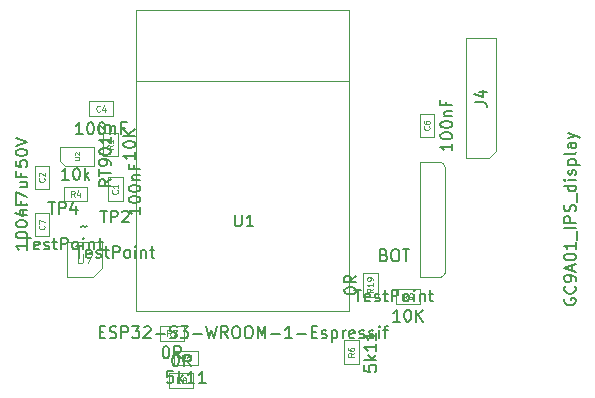
<source format=gbr>
%TF.GenerationSoftware,KiCad,Pcbnew,8.0.1*%
%TF.CreationDate,2024-05-06T20:31:10+02:00*%
%TF.ProjectId,smartknob,736d6172-746b-46e6-9f62-2e6b69636164,rev?*%
%TF.SameCoordinates,Original*%
%TF.FileFunction,AssemblyDrawing,Top*%
%FSLAX46Y46*%
G04 Gerber Fmt 4.6, Leading zero omitted, Abs format (unit mm)*
G04 Created by KiCad (PCBNEW 8.0.1) date 2024-05-06 20:31:10*
%MOMM*%
%LPD*%
G01*
G04 APERTURE LIST*
%ADD10C,0.150000*%
%ADD11C,0.060000*%
%ADD12C,0.080000*%
%ADD13C,0.110000*%
%ADD14C,0.100000*%
%ADD15C,0.120000*%
G04 APERTURE END LIST*
D10*
X102854819Y-78376190D02*
X102378628Y-78709523D01*
X102854819Y-78947618D02*
X101854819Y-78947618D01*
X101854819Y-78947618D02*
X101854819Y-78566666D01*
X101854819Y-78566666D02*
X101902438Y-78471428D01*
X101902438Y-78471428D02*
X101950057Y-78423809D01*
X101950057Y-78423809D02*
X102045295Y-78376190D01*
X102045295Y-78376190D02*
X102188152Y-78376190D01*
X102188152Y-78376190D02*
X102283390Y-78423809D01*
X102283390Y-78423809D02*
X102331009Y-78471428D01*
X102331009Y-78471428D02*
X102378628Y-78566666D01*
X102378628Y-78566666D02*
X102378628Y-78947618D01*
X101854819Y-78090475D02*
X101854819Y-77519047D01*
X102854819Y-77804761D02*
X101854819Y-77804761D01*
X102854819Y-77138094D02*
X102854819Y-76947618D01*
X102854819Y-76947618D02*
X102807200Y-76852380D01*
X102807200Y-76852380D02*
X102759580Y-76804761D01*
X102759580Y-76804761D02*
X102616723Y-76709523D01*
X102616723Y-76709523D02*
X102426247Y-76661904D01*
X102426247Y-76661904D02*
X102045295Y-76661904D01*
X102045295Y-76661904D02*
X101950057Y-76709523D01*
X101950057Y-76709523D02*
X101902438Y-76757142D01*
X101902438Y-76757142D02*
X101854819Y-76852380D01*
X101854819Y-76852380D02*
X101854819Y-77042856D01*
X101854819Y-77042856D02*
X101902438Y-77138094D01*
X101902438Y-77138094D02*
X101950057Y-77185713D01*
X101950057Y-77185713D02*
X102045295Y-77233332D01*
X102045295Y-77233332D02*
X102283390Y-77233332D01*
X102283390Y-77233332D02*
X102378628Y-77185713D01*
X102378628Y-77185713D02*
X102426247Y-77138094D01*
X102426247Y-77138094D02*
X102473866Y-77042856D01*
X102473866Y-77042856D02*
X102473866Y-76852380D01*
X102473866Y-76852380D02*
X102426247Y-76757142D01*
X102426247Y-76757142D02*
X102378628Y-76709523D01*
X102378628Y-76709523D02*
X102283390Y-76661904D01*
X101854819Y-76042856D02*
X101854819Y-75947618D01*
X101854819Y-75947618D02*
X101902438Y-75852380D01*
X101902438Y-75852380D02*
X101950057Y-75804761D01*
X101950057Y-75804761D02*
X102045295Y-75757142D01*
X102045295Y-75757142D02*
X102235771Y-75709523D01*
X102235771Y-75709523D02*
X102473866Y-75709523D01*
X102473866Y-75709523D02*
X102664342Y-75757142D01*
X102664342Y-75757142D02*
X102759580Y-75804761D01*
X102759580Y-75804761D02*
X102807200Y-75852380D01*
X102807200Y-75852380D02*
X102854819Y-75947618D01*
X102854819Y-75947618D02*
X102854819Y-76042856D01*
X102854819Y-76042856D02*
X102807200Y-76138094D01*
X102807200Y-76138094D02*
X102759580Y-76185713D01*
X102759580Y-76185713D02*
X102664342Y-76233332D01*
X102664342Y-76233332D02*
X102473866Y-76280951D01*
X102473866Y-76280951D02*
X102235771Y-76280951D01*
X102235771Y-76280951D02*
X102045295Y-76233332D01*
X102045295Y-76233332D02*
X101950057Y-76185713D01*
X101950057Y-76185713D02*
X101902438Y-76138094D01*
X101902438Y-76138094D02*
X101854819Y-76042856D01*
X102854819Y-74757142D02*
X102854819Y-75328570D01*
X102854819Y-75042856D02*
X101854819Y-75042856D01*
X101854819Y-75042856D02*
X101997676Y-75138094D01*
X101997676Y-75138094D02*
X102092914Y-75233332D01*
X102092914Y-75233332D02*
X102140533Y-75328570D01*
X101854819Y-74423808D02*
X101854819Y-73804761D01*
X101854819Y-73804761D02*
X102235771Y-74138094D01*
X102235771Y-74138094D02*
X102235771Y-73995237D01*
X102235771Y-73995237D02*
X102283390Y-73899999D01*
X102283390Y-73899999D02*
X102331009Y-73852380D01*
X102331009Y-73852380D02*
X102426247Y-73804761D01*
X102426247Y-73804761D02*
X102664342Y-73804761D01*
X102664342Y-73804761D02*
X102759580Y-73852380D01*
X102759580Y-73852380D02*
X102807200Y-73899999D01*
X102807200Y-73899999D02*
X102854819Y-73995237D01*
X102854819Y-73995237D02*
X102854819Y-74280951D01*
X102854819Y-74280951D02*
X102807200Y-74376189D01*
X102807200Y-74376189D02*
X102759580Y-74423808D01*
D11*
X99781927Y-76704761D02*
X100105737Y-76704761D01*
X100105737Y-76704761D02*
X100143832Y-76685714D01*
X100143832Y-76685714D02*
X100162880Y-76666666D01*
X100162880Y-76666666D02*
X100181927Y-76628571D01*
X100181927Y-76628571D02*
X100181927Y-76552380D01*
X100181927Y-76552380D02*
X100162880Y-76514285D01*
X100162880Y-76514285D02*
X100143832Y-76495238D01*
X100143832Y-76495238D02*
X100105737Y-76476190D01*
X100105737Y-76476190D02*
X99781927Y-76476190D01*
X99820022Y-76304761D02*
X99800975Y-76285713D01*
X99800975Y-76285713D02*
X99781927Y-76247618D01*
X99781927Y-76247618D02*
X99781927Y-76152380D01*
X99781927Y-76152380D02*
X99800975Y-76114285D01*
X99800975Y-76114285D02*
X99820022Y-76095237D01*
X99820022Y-76095237D02*
X99858118Y-76076190D01*
X99858118Y-76076190D02*
X99896213Y-76076190D01*
X99896213Y-76076190D02*
X99953356Y-76095237D01*
X99953356Y-76095237D02*
X100181927Y-76323809D01*
X100181927Y-76323809D02*
X100181927Y-76076190D01*
D10*
X95774819Y-83747619D02*
X95774819Y-84319047D01*
X95774819Y-84033333D02*
X94774819Y-84033333D01*
X94774819Y-84033333D02*
X94917676Y-84128571D01*
X94917676Y-84128571D02*
X95012914Y-84223809D01*
X95012914Y-84223809D02*
X95060533Y-84319047D01*
X94774819Y-83128571D02*
X94774819Y-83033333D01*
X94774819Y-83033333D02*
X94822438Y-82938095D01*
X94822438Y-82938095D02*
X94870057Y-82890476D01*
X94870057Y-82890476D02*
X94965295Y-82842857D01*
X94965295Y-82842857D02*
X95155771Y-82795238D01*
X95155771Y-82795238D02*
X95393866Y-82795238D01*
X95393866Y-82795238D02*
X95584342Y-82842857D01*
X95584342Y-82842857D02*
X95679580Y-82890476D01*
X95679580Y-82890476D02*
X95727200Y-82938095D01*
X95727200Y-82938095D02*
X95774819Y-83033333D01*
X95774819Y-83033333D02*
X95774819Y-83128571D01*
X95774819Y-83128571D02*
X95727200Y-83223809D01*
X95727200Y-83223809D02*
X95679580Y-83271428D01*
X95679580Y-83271428D02*
X95584342Y-83319047D01*
X95584342Y-83319047D02*
X95393866Y-83366666D01*
X95393866Y-83366666D02*
X95155771Y-83366666D01*
X95155771Y-83366666D02*
X94965295Y-83319047D01*
X94965295Y-83319047D02*
X94870057Y-83271428D01*
X94870057Y-83271428D02*
X94822438Y-83223809D01*
X94822438Y-83223809D02*
X94774819Y-83128571D01*
X94774819Y-82176190D02*
X94774819Y-82080952D01*
X94774819Y-82080952D02*
X94822438Y-81985714D01*
X94822438Y-81985714D02*
X94870057Y-81938095D01*
X94870057Y-81938095D02*
X94965295Y-81890476D01*
X94965295Y-81890476D02*
X95155771Y-81842857D01*
X95155771Y-81842857D02*
X95393866Y-81842857D01*
X95393866Y-81842857D02*
X95584342Y-81890476D01*
X95584342Y-81890476D02*
X95679580Y-81938095D01*
X95679580Y-81938095D02*
X95727200Y-81985714D01*
X95727200Y-81985714D02*
X95774819Y-82080952D01*
X95774819Y-82080952D02*
X95774819Y-82176190D01*
X95774819Y-82176190D02*
X95727200Y-82271428D01*
X95727200Y-82271428D02*
X95679580Y-82319047D01*
X95679580Y-82319047D02*
X95584342Y-82366666D01*
X95584342Y-82366666D02*
X95393866Y-82414285D01*
X95393866Y-82414285D02*
X95155771Y-82414285D01*
X95155771Y-82414285D02*
X94965295Y-82366666D01*
X94965295Y-82366666D02*
X94870057Y-82319047D01*
X94870057Y-82319047D02*
X94822438Y-82271428D01*
X94822438Y-82271428D02*
X94774819Y-82176190D01*
X95108152Y-81414285D02*
X95774819Y-81414285D01*
X95203390Y-81414285D02*
X95155771Y-81366666D01*
X95155771Y-81366666D02*
X95108152Y-81271428D01*
X95108152Y-81271428D02*
X95108152Y-81128571D01*
X95108152Y-81128571D02*
X95155771Y-81033333D01*
X95155771Y-81033333D02*
X95251009Y-80985714D01*
X95251009Y-80985714D02*
X95774819Y-80985714D01*
X95251009Y-80176190D02*
X95251009Y-80509523D01*
X95774819Y-80509523D02*
X94774819Y-80509523D01*
X94774819Y-80509523D02*
X94774819Y-80033333D01*
D12*
X97179530Y-82283333D02*
X97203340Y-82307142D01*
X97203340Y-82307142D02*
X97227149Y-82378571D01*
X97227149Y-82378571D02*
X97227149Y-82426190D01*
X97227149Y-82426190D02*
X97203340Y-82497618D01*
X97203340Y-82497618D02*
X97155720Y-82545237D01*
X97155720Y-82545237D02*
X97108101Y-82569047D01*
X97108101Y-82569047D02*
X97012863Y-82592856D01*
X97012863Y-82592856D02*
X96941435Y-82592856D01*
X96941435Y-82592856D02*
X96846197Y-82569047D01*
X96846197Y-82569047D02*
X96798578Y-82545237D01*
X96798578Y-82545237D02*
X96750959Y-82497618D01*
X96750959Y-82497618D02*
X96727149Y-82426190D01*
X96727149Y-82426190D02*
X96727149Y-82378571D01*
X96727149Y-82378571D02*
X96750959Y-82307142D01*
X96750959Y-82307142D02*
X96774768Y-82283333D01*
X96727149Y-82116666D02*
X96727149Y-81783333D01*
X96727149Y-81783333D02*
X97227149Y-81997618D01*
D10*
X122604819Y-87847618D02*
X122604819Y-87752380D01*
X122604819Y-87752380D02*
X122652438Y-87657142D01*
X122652438Y-87657142D02*
X122700057Y-87609523D01*
X122700057Y-87609523D02*
X122795295Y-87561904D01*
X122795295Y-87561904D02*
X122985771Y-87514285D01*
X122985771Y-87514285D02*
X123223866Y-87514285D01*
X123223866Y-87514285D02*
X123414342Y-87561904D01*
X123414342Y-87561904D02*
X123509580Y-87609523D01*
X123509580Y-87609523D02*
X123557200Y-87657142D01*
X123557200Y-87657142D02*
X123604819Y-87752380D01*
X123604819Y-87752380D02*
X123604819Y-87847618D01*
X123604819Y-87847618D02*
X123557200Y-87942856D01*
X123557200Y-87942856D02*
X123509580Y-87990475D01*
X123509580Y-87990475D02*
X123414342Y-88038094D01*
X123414342Y-88038094D02*
X123223866Y-88085713D01*
X123223866Y-88085713D02*
X122985771Y-88085713D01*
X122985771Y-88085713D02*
X122795295Y-88038094D01*
X122795295Y-88038094D02*
X122700057Y-87990475D01*
X122700057Y-87990475D02*
X122652438Y-87942856D01*
X122652438Y-87942856D02*
X122604819Y-87847618D01*
X123604819Y-86514285D02*
X123128628Y-86847618D01*
X123604819Y-87085713D02*
X122604819Y-87085713D01*
X122604819Y-87085713D02*
X122604819Y-86704761D01*
X122604819Y-86704761D02*
X122652438Y-86609523D01*
X122652438Y-86609523D02*
X122700057Y-86561904D01*
X122700057Y-86561904D02*
X122795295Y-86514285D01*
X122795295Y-86514285D02*
X122938152Y-86514285D01*
X122938152Y-86514285D02*
X123033390Y-86561904D01*
X123033390Y-86561904D02*
X123081009Y-86609523D01*
X123081009Y-86609523D02*
X123128628Y-86704761D01*
X123128628Y-86704761D02*
X123128628Y-87085713D01*
D12*
X125027149Y-87621428D02*
X124789054Y-87788094D01*
X125027149Y-87907142D02*
X124527149Y-87907142D01*
X124527149Y-87907142D02*
X124527149Y-87716666D01*
X124527149Y-87716666D02*
X124550959Y-87669047D01*
X124550959Y-87669047D02*
X124574768Y-87645237D01*
X124574768Y-87645237D02*
X124622387Y-87621428D01*
X124622387Y-87621428D02*
X124693816Y-87621428D01*
X124693816Y-87621428D02*
X124741435Y-87645237D01*
X124741435Y-87645237D02*
X124765244Y-87669047D01*
X124765244Y-87669047D02*
X124789054Y-87716666D01*
X124789054Y-87716666D02*
X124789054Y-87907142D01*
X125027149Y-87145237D02*
X125027149Y-87430951D01*
X125027149Y-87288094D02*
X124527149Y-87288094D01*
X124527149Y-87288094D02*
X124598578Y-87335713D01*
X124598578Y-87335713D02*
X124646197Y-87383332D01*
X124646197Y-87383332D02*
X124670006Y-87430951D01*
X125027149Y-86907142D02*
X125027149Y-86811904D01*
X125027149Y-86811904D02*
X125003340Y-86764285D01*
X125003340Y-86764285D02*
X124979530Y-86740476D01*
X124979530Y-86740476D02*
X124908101Y-86692857D01*
X124908101Y-86692857D02*
X124812863Y-86669047D01*
X124812863Y-86669047D02*
X124622387Y-86669047D01*
X124622387Y-86669047D02*
X124574768Y-86692857D01*
X124574768Y-86692857D02*
X124550959Y-86716666D01*
X124550959Y-86716666D02*
X124527149Y-86764285D01*
X124527149Y-86764285D02*
X124527149Y-86859523D01*
X124527149Y-86859523D02*
X124550959Y-86907142D01*
X124550959Y-86907142D02*
X124574768Y-86930952D01*
X124574768Y-86930952D02*
X124622387Y-86954761D01*
X124622387Y-86954761D02*
X124741435Y-86954761D01*
X124741435Y-86954761D02*
X124789054Y-86930952D01*
X124789054Y-86930952D02*
X124812863Y-86907142D01*
X124812863Y-86907142D02*
X124836673Y-86859523D01*
X124836673Y-86859523D02*
X124836673Y-86764285D01*
X124836673Y-86764285D02*
X124812863Y-86716666D01*
X124812863Y-86716666D02*
X124789054Y-86692857D01*
X124789054Y-86692857D02*
X124741435Y-86669047D01*
D10*
X108093452Y-94604819D02*
X107617262Y-94604819D01*
X107617262Y-94604819D02*
X107569643Y-95081009D01*
X107569643Y-95081009D02*
X107617262Y-95033390D01*
X107617262Y-95033390D02*
X107712500Y-94985771D01*
X107712500Y-94985771D02*
X107950595Y-94985771D01*
X107950595Y-94985771D02*
X108045833Y-95033390D01*
X108045833Y-95033390D02*
X108093452Y-95081009D01*
X108093452Y-95081009D02*
X108141071Y-95176247D01*
X108141071Y-95176247D02*
X108141071Y-95414342D01*
X108141071Y-95414342D02*
X108093452Y-95509580D01*
X108093452Y-95509580D02*
X108045833Y-95557200D01*
X108045833Y-95557200D02*
X107950595Y-95604819D01*
X107950595Y-95604819D02*
X107712500Y-95604819D01*
X107712500Y-95604819D02*
X107617262Y-95557200D01*
X107617262Y-95557200D02*
X107569643Y-95509580D01*
X108569643Y-95604819D02*
X108569643Y-94604819D01*
X108664881Y-95223866D02*
X108950595Y-95604819D01*
X108950595Y-94938152D02*
X108569643Y-95319104D01*
X109902976Y-95604819D02*
X109331548Y-95604819D01*
X109617262Y-95604819D02*
X109617262Y-94604819D01*
X109617262Y-94604819D02*
X109522024Y-94747676D01*
X109522024Y-94747676D02*
X109426786Y-94842914D01*
X109426786Y-94842914D02*
X109331548Y-94890533D01*
X110855357Y-95604819D02*
X110283929Y-95604819D01*
X110569643Y-95604819D02*
X110569643Y-94604819D01*
X110569643Y-94604819D02*
X110474405Y-94747676D01*
X110474405Y-94747676D02*
X110379167Y-94842914D01*
X110379167Y-94842914D02*
X110283929Y-94890533D01*
D12*
X109129166Y-93727149D02*
X108962500Y-93489054D01*
X108843452Y-93727149D02*
X108843452Y-93227149D01*
X108843452Y-93227149D02*
X109033928Y-93227149D01*
X109033928Y-93227149D02*
X109081547Y-93250959D01*
X109081547Y-93250959D02*
X109105357Y-93274768D01*
X109105357Y-93274768D02*
X109129166Y-93322387D01*
X109129166Y-93322387D02*
X109129166Y-93393816D01*
X109129166Y-93393816D02*
X109105357Y-93441435D01*
X109105357Y-93441435D02*
X109081547Y-93465244D01*
X109081547Y-93465244D02*
X109033928Y-93489054D01*
X109033928Y-93489054D02*
X108843452Y-93489054D01*
X109581547Y-93227149D02*
X109343452Y-93227149D01*
X109343452Y-93227149D02*
X109319643Y-93465244D01*
X109319643Y-93465244D02*
X109343452Y-93441435D01*
X109343452Y-93441435D02*
X109391071Y-93417625D01*
X109391071Y-93417625D02*
X109510119Y-93417625D01*
X109510119Y-93417625D02*
X109557738Y-93441435D01*
X109557738Y-93441435D02*
X109581547Y-93465244D01*
X109581547Y-93465244D02*
X109605357Y-93512863D01*
X109605357Y-93512863D02*
X109605357Y-93631911D01*
X109605357Y-93631911D02*
X109581547Y-93679530D01*
X109581547Y-93679530D02*
X109557738Y-93703340D01*
X109557738Y-93703340D02*
X109510119Y-93727149D01*
X109510119Y-93727149D02*
X109391071Y-93727149D01*
X109391071Y-93727149D02*
X109343452Y-93703340D01*
X109343452Y-93703340D02*
X109319643Y-93679530D01*
D10*
X127309523Y-90404819D02*
X126738095Y-90404819D01*
X127023809Y-90404819D02*
X127023809Y-89404819D01*
X127023809Y-89404819D02*
X126928571Y-89547676D01*
X126928571Y-89547676D02*
X126833333Y-89642914D01*
X126833333Y-89642914D02*
X126738095Y-89690533D01*
X127928571Y-89404819D02*
X128023809Y-89404819D01*
X128023809Y-89404819D02*
X128119047Y-89452438D01*
X128119047Y-89452438D02*
X128166666Y-89500057D01*
X128166666Y-89500057D02*
X128214285Y-89595295D01*
X128214285Y-89595295D02*
X128261904Y-89785771D01*
X128261904Y-89785771D02*
X128261904Y-90023866D01*
X128261904Y-90023866D02*
X128214285Y-90214342D01*
X128214285Y-90214342D02*
X128166666Y-90309580D01*
X128166666Y-90309580D02*
X128119047Y-90357200D01*
X128119047Y-90357200D02*
X128023809Y-90404819D01*
X128023809Y-90404819D02*
X127928571Y-90404819D01*
X127928571Y-90404819D02*
X127833333Y-90357200D01*
X127833333Y-90357200D02*
X127785714Y-90309580D01*
X127785714Y-90309580D02*
X127738095Y-90214342D01*
X127738095Y-90214342D02*
X127690476Y-90023866D01*
X127690476Y-90023866D02*
X127690476Y-89785771D01*
X127690476Y-89785771D02*
X127738095Y-89595295D01*
X127738095Y-89595295D02*
X127785714Y-89500057D01*
X127785714Y-89500057D02*
X127833333Y-89452438D01*
X127833333Y-89452438D02*
X127928571Y-89404819D01*
X128690476Y-90404819D02*
X128690476Y-89404819D01*
X129261904Y-90404819D02*
X128833333Y-89833390D01*
X129261904Y-89404819D02*
X128690476Y-89976247D01*
D12*
X127916666Y-88527149D02*
X127750000Y-88289054D01*
X127630952Y-88527149D02*
X127630952Y-88027149D01*
X127630952Y-88027149D02*
X127821428Y-88027149D01*
X127821428Y-88027149D02*
X127869047Y-88050959D01*
X127869047Y-88050959D02*
X127892857Y-88074768D01*
X127892857Y-88074768D02*
X127916666Y-88122387D01*
X127916666Y-88122387D02*
X127916666Y-88193816D01*
X127916666Y-88193816D02*
X127892857Y-88241435D01*
X127892857Y-88241435D02*
X127869047Y-88265244D01*
X127869047Y-88265244D02*
X127821428Y-88289054D01*
X127821428Y-88289054D02*
X127630952Y-88289054D01*
X128154762Y-88527149D02*
X128250000Y-88527149D01*
X128250000Y-88527149D02*
X128297619Y-88503340D01*
X128297619Y-88503340D02*
X128321428Y-88479530D01*
X128321428Y-88479530D02*
X128369047Y-88408101D01*
X128369047Y-88408101D02*
X128392857Y-88312863D01*
X128392857Y-88312863D02*
X128392857Y-88122387D01*
X128392857Y-88122387D02*
X128369047Y-88074768D01*
X128369047Y-88074768D02*
X128345238Y-88050959D01*
X128345238Y-88050959D02*
X128297619Y-88027149D01*
X128297619Y-88027149D02*
X128202381Y-88027149D01*
X128202381Y-88027149D02*
X128154762Y-88050959D01*
X128154762Y-88050959D02*
X128130952Y-88074768D01*
X128130952Y-88074768D02*
X128107143Y-88122387D01*
X128107143Y-88122387D02*
X128107143Y-88241435D01*
X128107143Y-88241435D02*
X128130952Y-88289054D01*
X128130952Y-88289054D02*
X128154762Y-88312863D01*
X128154762Y-88312863D02*
X128202381Y-88336673D01*
X128202381Y-88336673D02*
X128297619Y-88336673D01*
X128297619Y-88336673D02*
X128345238Y-88312863D01*
X128345238Y-88312863D02*
X128369047Y-88289054D01*
X128369047Y-88289054D02*
X128392857Y-88241435D01*
D10*
X99866666Y-84004819D02*
X100438094Y-84004819D01*
X100152380Y-85004819D02*
X100152380Y-84004819D01*
X101152380Y-84957200D02*
X101057142Y-85004819D01*
X101057142Y-85004819D02*
X100866666Y-85004819D01*
X100866666Y-85004819D02*
X100771428Y-84957200D01*
X100771428Y-84957200D02*
X100723809Y-84861961D01*
X100723809Y-84861961D02*
X100723809Y-84481009D01*
X100723809Y-84481009D02*
X100771428Y-84385771D01*
X100771428Y-84385771D02*
X100866666Y-84338152D01*
X100866666Y-84338152D02*
X101057142Y-84338152D01*
X101057142Y-84338152D02*
X101152380Y-84385771D01*
X101152380Y-84385771D02*
X101199999Y-84481009D01*
X101199999Y-84481009D02*
X101199999Y-84576247D01*
X101199999Y-84576247D02*
X100723809Y-84671485D01*
X101580952Y-84957200D02*
X101676190Y-85004819D01*
X101676190Y-85004819D02*
X101866666Y-85004819D01*
X101866666Y-85004819D02*
X101961904Y-84957200D01*
X101961904Y-84957200D02*
X102009523Y-84861961D01*
X102009523Y-84861961D02*
X102009523Y-84814342D01*
X102009523Y-84814342D02*
X101961904Y-84719104D01*
X101961904Y-84719104D02*
X101866666Y-84671485D01*
X101866666Y-84671485D02*
X101723809Y-84671485D01*
X101723809Y-84671485D02*
X101628571Y-84623866D01*
X101628571Y-84623866D02*
X101580952Y-84528628D01*
X101580952Y-84528628D02*
X101580952Y-84481009D01*
X101580952Y-84481009D02*
X101628571Y-84385771D01*
X101628571Y-84385771D02*
X101723809Y-84338152D01*
X101723809Y-84338152D02*
X101866666Y-84338152D01*
X101866666Y-84338152D02*
X101961904Y-84385771D01*
X102295238Y-84338152D02*
X102676190Y-84338152D01*
X102438095Y-84004819D02*
X102438095Y-84861961D01*
X102438095Y-84861961D02*
X102485714Y-84957200D01*
X102485714Y-84957200D02*
X102580952Y-85004819D01*
X102580952Y-85004819D02*
X102676190Y-85004819D01*
X103009524Y-85004819D02*
X103009524Y-84004819D01*
X103009524Y-84004819D02*
X103390476Y-84004819D01*
X103390476Y-84004819D02*
X103485714Y-84052438D01*
X103485714Y-84052438D02*
X103533333Y-84100057D01*
X103533333Y-84100057D02*
X103580952Y-84195295D01*
X103580952Y-84195295D02*
X103580952Y-84338152D01*
X103580952Y-84338152D02*
X103533333Y-84433390D01*
X103533333Y-84433390D02*
X103485714Y-84481009D01*
X103485714Y-84481009D02*
X103390476Y-84528628D01*
X103390476Y-84528628D02*
X103009524Y-84528628D01*
X104152381Y-85004819D02*
X104057143Y-84957200D01*
X104057143Y-84957200D02*
X104009524Y-84909580D01*
X104009524Y-84909580D02*
X103961905Y-84814342D01*
X103961905Y-84814342D02*
X103961905Y-84528628D01*
X103961905Y-84528628D02*
X104009524Y-84433390D01*
X104009524Y-84433390D02*
X104057143Y-84385771D01*
X104057143Y-84385771D02*
X104152381Y-84338152D01*
X104152381Y-84338152D02*
X104295238Y-84338152D01*
X104295238Y-84338152D02*
X104390476Y-84385771D01*
X104390476Y-84385771D02*
X104438095Y-84433390D01*
X104438095Y-84433390D02*
X104485714Y-84528628D01*
X104485714Y-84528628D02*
X104485714Y-84814342D01*
X104485714Y-84814342D02*
X104438095Y-84909580D01*
X104438095Y-84909580D02*
X104390476Y-84957200D01*
X104390476Y-84957200D02*
X104295238Y-85004819D01*
X104295238Y-85004819D02*
X104152381Y-85004819D01*
X104914286Y-85004819D02*
X104914286Y-84338152D01*
X104914286Y-84004819D02*
X104866667Y-84052438D01*
X104866667Y-84052438D02*
X104914286Y-84100057D01*
X104914286Y-84100057D02*
X104961905Y-84052438D01*
X104961905Y-84052438D02*
X104914286Y-84004819D01*
X104914286Y-84004819D02*
X104914286Y-84100057D01*
X105390476Y-84338152D02*
X105390476Y-85004819D01*
X105390476Y-84433390D02*
X105438095Y-84385771D01*
X105438095Y-84385771D02*
X105533333Y-84338152D01*
X105533333Y-84338152D02*
X105676190Y-84338152D01*
X105676190Y-84338152D02*
X105771428Y-84385771D01*
X105771428Y-84385771D02*
X105819047Y-84481009D01*
X105819047Y-84481009D02*
X105819047Y-85004819D01*
X106152381Y-84338152D02*
X106533333Y-84338152D01*
X106295238Y-84004819D02*
X106295238Y-84861961D01*
X106295238Y-84861961D02*
X106342857Y-84957200D01*
X106342857Y-84957200D02*
X106438095Y-85004819D01*
X106438095Y-85004819D02*
X106533333Y-85004819D01*
X101938095Y-81004819D02*
X102509523Y-81004819D01*
X102223809Y-82004819D02*
X102223809Y-81004819D01*
X102842857Y-82004819D02*
X102842857Y-81004819D01*
X102842857Y-81004819D02*
X103223809Y-81004819D01*
X103223809Y-81004819D02*
X103319047Y-81052438D01*
X103319047Y-81052438D02*
X103366666Y-81100057D01*
X103366666Y-81100057D02*
X103414285Y-81195295D01*
X103414285Y-81195295D02*
X103414285Y-81338152D01*
X103414285Y-81338152D02*
X103366666Y-81433390D01*
X103366666Y-81433390D02*
X103319047Y-81481009D01*
X103319047Y-81481009D02*
X103223809Y-81528628D01*
X103223809Y-81528628D02*
X102842857Y-81528628D01*
X103795238Y-81100057D02*
X103842857Y-81052438D01*
X103842857Y-81052438D02*
X103938095Y-81004819D01*
X103938095Y-81004819D02*
X104176190Y-81004819D01*
X104176190Y-81004819D02*
X104271428Y-81052438D01*
X104271428Y-81052438D02*
X104319047Y-81100057D01*
X104319047Y-81100057D02*
X104366666Y-81195295D01*
X104366666Y-81195295D02*
X104366666Y-81290533D01*
X104366666Y-81290533D02*
X104319047Y-81433390D01*
X104319047Y-81433390D02*
X103747619Y-82004819D01*
X103747619Y-82004819D02*
X104366666Y-82004819D01*
X95466666Y-83304819D02*
X96038094Y-83304819D01*
X95752380Y-84304819D02*
X95752380Y-83304819D01*
X96752380Y-84257200D02*
X96657142Y-84304819D01*
X96657142Y-84304819D02*
X96466666Y-84304819D01*
X96466666Y-84304819D02*
X96371428Y-84257200D01*
X96371428Y-84257200D02*
X96323809Y-84161961D01*
X96323809Y-84161961D02*
X96323809Y-83781009D01*
X96323809Y-83781009D02*
X96371428Y-83685771D01*
X96371428Y-83685771D02*
X96466666Y-83638152D01*
X96466666Y-83638152D02*
X96657142Y-83638152D01*
X96657142Y-83638152D02*
X96752380Y-83685771D01*
X96752380Y-83685771D02*
X96799999Y-83781009D01*
X96799999Y-83781009D02*
X96799999Y-83876247D01*
X96799999Y-83876247D02*
X96323809Y-83971485D01*
X97180952Y-84257200D02*
X97276190Y-84304819D01*
X97276190Y-84304819D02*
X97466666Y-84304819D01*
X97466666Y-84304819D02*
X97561904Y-84257200D01*
X97561904Y-84257200D02*
X97609523Y-84161961D01*
X97609523Y-84161961D02*
X97609523Y-84114342D01*
X97609523Y-84114342D02*
X97561904Y-84019104D01*
X97561904Y-84019104D02*
X97466666Y-83971485D01*
X97466666Y-83971485D02*
X97323809Y-83971485D01*
X97323809Y-83971485D02*
X97228571Y-83923866D01*
X97228571Y-83923866D02*
X97180952Y-83828628D01*
X97180952Y-83828628D02*
X97180952Y-83781009D01*
X97180952Y-83781009D02*
X97228571Y-83685771D01*
X97228571Y-83685771D02*
X97323809Y-83638152D01*
X97323809Y-83638152D02*
X97466666Y-83638152D01*
X97466666Y-83638152D02*
X97561904Y-83685771D01*
X97895238Y-83638152D02*
X98276190Y-83638152D01*
X98038095Y-83304819D02*
X98038095Y-84161961D01*
X98038095Y-84161961D02*
X98085714Y-84257200D01*
X98085714Y-84257200D02*
X98180952Y-84304819D01*
X98180952Y-84304819D02*
X98276190Y-84304819D01*
X98609524Y-84304819D02*
X98609524Y-83304819D01*
X98609524Y-83304819D02*
X98990476Y-83304819D01*
X98990476Y-83304819D02*
X99085714Y-83352438D01*
X99085714Y-83352438D02*
X99133333Y-83400057D01*
X99133333Y-83400057D02*
X99180952Y-83495295D01*
X99180952Y-83495295D02*
X99180952Y-83638152D01*
X99180952Y-83638152D02*
X99133333Y-83733390D01*
X99133333Y-83733390D02*
X99085714Y-83781009D01*
X99085714Y-83781009D02*
X98990476Y-83828628D01*
X98990476Y-83828628D02*
X98609524Y-83828628D01*
X99752381Y-84304819D02*
X99657143Y-84257200D01*
X99657143Y-84257200D02*
X99609524Y-84209580D01*
X99609524Y-84209580D02*
X99561905Y-84114342D01*
X99561905Y-84114342D02*
X99561905Y-83828628D01*
X99561905Y-83828628D02*
X99609524Y-83733390D01*
X99609524Y-83733390D02*
X99657143Y-83685771D01*
X99657143Y-83685771D02*
X99752381Y-83638152D01*
X99752381Y-83638152D02*
X99895238Y-83638152D01*
X99895238Y-83638152D02*
X99990476Y-83685771D01*
X99990476Y-83685771D02*
X100038095Y-83733390D01*
X100038095Y-83733390D02*
X100085714Y-83828628D01*
X100085714Y-83828628D02*
X100085714Y-84114342D01*
X100085714Y-84114342D02*
X100038095Y-84209580D01*
X100038095Y-84209580D02*
X99990476Y-84257200D01*
X99990476Y-84257200D02*
X99895238Y-84304819D01*
X99895238Y-84304819D02*
X99752381Y-84304819D01*
X100514286Y-84304819D02*
X100514286Y-83638152D01*
X100514286Y-83304819D02*
X100466667Y-83352438D01*
X100466667Y-83352438D02*
X100514286Y-83400057D01*
X100514286Y-83400057D02*
X100561905Y-83352438D01*
X100561905Y-83352438D02*
X100514286Y-83304819D01*
X100514286Y-83304819D02*
X100514286Y-83400057D01*
X100990476Y-83638152D02*
X100990476Y-84304819D01*
X100990476Y-83733390D02*
X101038095Y-83685771D01*
X101038095Y-83685771D02*
X101133333Y-83638152D01*
X101133333Y-83638152D02*
X101276190Y-83638152D01*
X101276190Y-83638152D02*
X101371428Y-83685771D01*
X101371428Y-83685771D02*
X101419047Y-83781009D01*
X101419047Y-83781009D02*
X101419047Y-84304819D01*
X101752381Y-83638152D02*
X102133333Y-83638152D01*
X101895238Y-83304819D02*
X101895238Y-84161961D01*
X101895238Y-84161961D02*
X101942857Y-84257200D01*
X101942857Y-84257200D02*
X102038095Y-84304819D01*
X102038095Y-84304819D02*
X102133333Y-84304819D01*
X97538095Y-80304819D02*
X98109523Y-80304819D01*
X97823809Y-81304819D02*
X97823809Y-80304819D01*
X98442857Y-81304819D02*
X98442857Y-80304819D01*
X98442857Y-80304819D02*
X98823809Y-80304819D01*
X98823809Y-80304819D02*
X98919047Y-80352438D01*
X98919047Y-80352438D02*
X98966666Y-80400057D01*
X98966666Y-80400057D02*
X99014285Y-80495295D01*
X99014285Y-80495295D02*
X99014285Y-80638152D01*
X99014285Y-80638152D02*
X98966666Y-80733390D01*
X98966666Y-80733390D02*
X98919047Y-80781009D01*
X98919047Y-80781009D02*
X98823809Y-80828628D01*
X98823809Y-80828628D02*
X98442857Y-80828628D01*
X99871428Y-80638152D02*
X99871428Y-81304819D01*
X99633333Y-80257200D02*
X99395238Y-80971485D01*
X99395238Y-80971485D02*
X100014285Y-80971485D01*
X104904819Y-76090476D02*
X104904819Y-76661904D01*
X104904819Y-76376190D02*
X103904819Y-76376190D01*
X103904819Y-76376190D02*
X104047676Y-76471428D01*
X104047676Y-76471428D02*
X104142914Y-76566666D01*
X104142914Y-76566666D02*
X104190533Y-76661904D01*
X103904819Y-75471428D02*
X103904819Y-75376190D01*
X103904819Y-75376190D02*
X103952438Y-75280952D01*
X103952438Y-75280952D02*
X104000057Y-75233333D01*
X104000057Y-75233333D02*
X104095295Y-75185714D01*
X104095295Y-75185714D02*
X104285771Y-75138095D01*
X104285771Y-75138095D02*
X104523866Y-75138095D01*
X104523866Y-75138095D02*
X104714342Y-75185714D01*
X104714342Y-75185714D02*
X104809580Y-75233333D01*
X104809580Y-75233333D02*
X104857200Y-75280952D01*
X104857200Y-75280952D02*
X104904819Y-75376190D01*
X104904819Y-75376190D02*
X104904819Y-75471428D01*
X104904819Y-75471428D02*
X104857200Y-75566666D01*
X104857200Y-75566666D02*
X104809580Y-75614285D01*
X104809580Y-75614285D02*
X104714342Y-75661904D01*
X104714342Y-75661904D02*
X104523866Y-75709523D01*
X104523866Y-75709523D02*
X104285771Y-75709523D01*
X104285771Y-75709523D02*
X104095295Y-75661904D01*
X104095295Y-75661904D02*
X104000057Y-75614285D01*
X104000057Y-75614285D02*
X103952438Y-75566666D01*
X103952438Y-75566666D02*
X103904819Y-75471428D01*
X104904819Y-74709523D02*
X103904819Y-74709523D01*
X104904819Y-74138095D02*
X104333390Y-74566666D01*
X103904819Y-74138095D02*
X104476247Y-74709523D01*
D12*
X103027149Y-75483333D02*
X102789054Y-75649999D01*
X103027149Y-75769047D02*
X102527149Y-75769047D01*
X102527149Y-75769047D02*
X102527149Y-75578571D01*
X102527149Y-75578571D02*
X102550959Y-75530952D01*
X102550959Y-75530952D02*
X102574768Y-75507142D01*
X102574768Y-75507142D02*
X102622387Y-75483333D01*
X102622387Y-75483333D02*
X102693816Y-75483333D01*
X102693816Y-75483333D02*
X102741435Y-75507142D01*
X102741435Y-75507142D02*
X102765244Y-75530952D01*
X102765244Y-75530952D02*
X102789054Y-75578571D01*
X102789054Y-75578571D02*
X102789054Y-75769047D01*
X103027149Y-75007142D02*
X103027149Y-75292856D01*
X103027149Y-75149999D02*
X102527149Y-75149999D01*
X102527149Y-75149999D02*
X102598578Y-75197618D01*
X102598578Y-75197618D02*
X102646197Y-75245237D01*
X102646197Y-75245237D02*
X102670006Y-75292856D01*
D10*
X105334819Y-80747619D02*
X105334819Y-81319047D01*
X105334819Y-81033333D02*
X104334819Y-81033333D01*
X104334819Y-81033333D02*
X104477676Y-81128571D01*
X104477676Y-81128571D02*
X104572914Y-81223809D01*
X104572914Y-81223809D02*
X104620533Y-81319047D01*
X104334819Y-80128571D02*
X104334819Y-80033333D01*
X104334819Y-80033333D02*
X104382438Y-79938095D01*
X104382438Y-79938095D02*
X104430057Y-79890476D01*
X104430057Y-79890476D02*
X104525295Y-79842857D01*
X104525295Y-79842857D02*
X104715771Y-79795238D01*
X104715771Y-79795238D02*
X104953866Y-79795238D01*
X104953866Y-79795238D02*
X105144342Y-79842857D01*
X105144342Y-79842857D02*
X105239580Y-79890476D01*
X105239580Y-79890476D02*
X105287200Y-79938095D01*
X105287200Y-79938095D02*
X105334819Y-80033333D01*
X105334819Y-80033333D02*
X105334819Y-80128571D01*
X105334819Y-80128571D02*
X105287200Y-80223809D01*
X105287200Y-80223809D02*
X105239580Y-80271428D01*
X105239580Y-80271428D02*
X105144342Y-80319047D01*
X105144342Y-80319047D02*
X104953866Y-80366666D01*
X104953866Y-80366666D02*
X104715771Y-80366666D01*
X104715771Y-80366666D02*
X104525295Y-80319047D01*
X104525295Y-80319047D02*
X104430057Y-80271428D01*
X104430057Y-80271428D02*
X104382438Y-80223809D01*
X104382438Y-80223809D02*
X104334819Y-80128571D01*
X104334819Y-79176190D02*
X104334819Y-79080952D01*
X104334819Y-79080952D02*
X104382438Y-78985714D01*
X104382438Y-78985714D02*
X104430057Y-78938095D01*
X104430057Y-78938095D02*
X104525295Y-78890476D01*
X104525295Y-78890476D02*
X104715771Y-78842857D01*
X104715771Y-78842857D02*
X104953866Y-78842857D01*
X104953866Y-78842857D02*
X105144342Y-78890476D01*
X105144342Y-78890476D02*
X105239580Y-78938095D01*
X105239580Y-78938095D02*
X105287200Y-78985714D01*
X105287200Y-78985714D02*
X105334819Y-79080952D01*
X105334819Y-79080952D02*
X105334819Y-79176190D01*
X105334819Y-79176190D02*
X105287200Y-79271428D01*
X105287200Y-79271428D02*
X105239580Y-79319047D01*
X105239580Y-79319047D02*
X105144342Y-79366666D01*
X105144342Y-79366666D02*
X104953866Y-79414285D01*
X104953866Y-79414285D02*
X104715771Y-79414285D01*
X104715771Y-79414285D02*
X104525295Y-79366666D01*
X104525295Y-79366666D02*
X104430057Y-79319047D01*
X104430057Y-79319047D02*
X104382438Y-79271428D01*
X104382438Y-79271428D02*
X104334819Y-79176190D01*
X104668152Y-78414285D02*
X105334819Y-78414285D01*
X104763390Y-78414285D02*
X104715771Y-78366666D01*
X104715771Y-78366666D02*
X104668152Y-78271428D01*
X104668152Y-78271428D02*
X104668152Y-78128571D01*
X104668152Y-78128571D02*
X104715771Y-78033333D01*
X104715771Y-78033333D02*
X104811009Y-77985714D01*
X104811009Y-77985714D02*
X105334819Y-77985714D01*
X104811009Y-77176190D02*
X104811009Y-77509523D01*
X105334819Y-77509523D02*
X104334819Y-77509523D01*
X104334819Y-77509523D02*
X104334819Y-77033333D01*
D12*
X103379530Y-79283333D02*
X103403340Y-79307142D01*
X103403340Y-79307142D02*
X103427149Y-79378571D01*
X103427149Y-79378571D02*
X103427149Y-79426190D01*
X103427149Y-79426190D02*
X103403340Y-79497618D01*
X103403340Y-79497618D02*
X103355720Y-79545237D01*
X103355720Y-79545237D02*
X103308101Y-79569047D01*
X103308101Y-79569047D02*
X103212863Y-79592856D01*
X103212863Y-79592856D02*
X103141435Y-79592856D01*
X103141435Y-79592856D02*
X103046197Y-79569047D01*
X103046197Y-79569047D02*
X102998578Y-79545237D01*
X102998578Y-79545237D02*
X102950959Y-79497618D01*
X102950959Y-79497618D02*
X102927149Y-79426190D01*
X102927149Y-79426190D02*
X102927149Y-79378571D01*
X102927149Y-79378571D02*
X102950959Y-79307142D01*
X102950959Y-79307142D02*
X102974768Y-79283333D01*
X103427149Y-78807142D02*
X103427149Y-79092856D01*
X103427149Y-78949999D02*
X102927149Y-78949999D01*
X102927149Y-78949999D02*
X102998578Y-78997618D01*
X102998578Y-78997618D02*
X103046197Y-79045237D01*
X103046197Y-79045237D02*
X103070006Y-79092856D01*
D10*
X141252438Y-88464286D02*
X141204819Y-88559524D01*
X141204819Y-88559524D02*
X141204819Y-88702381D01*
X141204819Y-88702381D02*
X141252438Y-88845238D01*
X141252438Y-88845238D02*
X141347676Y-88940476D01*
X141347676Y-88940476D02*
X141442914Y-88988095D01*
X141442914Y-88988095D02*
X141633390Y-89035714D01*
X141633390Y-89035714D02*
X141776247Y-89035714D01*
X141776247Y-89035714D02*
X141966723Y-88988095D01*
X141966723Y-88988095D02*
X142061961Y-88940476D01*
X142061961Y-88940476D02*
X142157200Y-88845238D01*
X142157200Y-88845238D02*
X142204819Y-88702381D01*
X142204819Y-88702381D02*
X142204819Y-88607143D01*
X142204819Y-88607143D02*
X142157200Y-88464286D01*
X142157200Y-88464286D02*
X142109580Y-88416667D01*
X142109580Y-88416667D02*
X141776247Y-88416667D01*
X141776247Y-88416667D02*
X141776247Y-88607143D01*
X142109580Y-87416667D02*
X142157200Y-87464286D01*
X142157200Y-87464286D02*
X142204819Y-87607143D01*
X142204819Y-87607143D02*
X142204819Y-87702381D01*
X142204819Y-87702381D02*
X142157200Y-87845238D01*
X142157200Y-87845238D02*
X142061961Y-87940476D01*
X142061961Y-87940476D02*
X141966723Y-87988095D01*
X141966723Y-87988095D02*
X141776247Y-88035714D01*
X141776247Y-88035714D02*
X141633390Y-88035714D01*
X141633390Y-88035714D02*
X141442914Y-87988095D01*
X141442914Y-87988095D02*
X141347676Y-87940476D01*
X141347676Y-87940476D02*
X141252438Y-87845238D01*
X141252438Y-87845238D02*
X141204819Y-87702381D01*
X141204819Y-87702381D02*
X141204819Y-87607143D01*
X141204819Y-87607143D02*
X141252438Y-87464286D01*
X141252438Y-87464286D02*
X141300057Y-87416667D01*
X142204819Y-86940476D02*
X142204819Y-86750000D01*
X142204819Y-86750000D02*
X142157200Y-86654762D01*
X142157200Y-86654762D02*
X142109580Y-86607143D01*
X142109580Y-86607143D02*
X141966723Y-86511905D01*
X141966723Y-86511905D02*
X141776247Y-86464286D01*
X141776247Y-86464286D02*
X141395295Y-86464286D01*
X141395295Y-86464286D02*
X141300057Y-86511905D01*
X141300057Y-86511905D02*
X141252438Y-86559524D01*
X141252438Y-86559524D02*
X141204819Y-86654762D01*
X141204819Y-86654762D02*
X141204819Y-86845238D01*
X141204819Y-86845238D02*
X141252438Y-86940476D01*
X141252438Y-86940476D02*
X141300057Y-86988095D01*
X141300057Y-86988095D02*
X141395295Y-87035714D01*
X141395295Y-87035714D02*
X141633390Y-87035714D01*
X141633390Y-87035714D02*
X141728628Y-86988095D01*
X141728628Y-86988095D02*
X141776247Y-86940476D01*
X141776247Y-86940476D02*
X141823866Y-86845238D01*
X141823866Y-86845238D02*
X141823866Y-86654762D01*
X141823866Y-86654762D02*
X141776247Y-86559524D01*
X141776247Y-86559524D02*
X141728628Y-86511905D01*
X141728628Y-86511905D02*
X141633390Y-86464286D01*
X141919104Y-86083333D02*
X141919104Y-85607143D01*
X142204819Y-86178571D02*
X141204819Y-85845238D01*
X141204819Y-85845238D02*
X142204819Y-85511905D01*
X141204819Y-84988095D02*
X141204819Y-84892857D01*
X141204819Y-84892857D02*
X141252438Y-84797619D01*
X141252438Y-84797619D02*
X141300057Y-84750000D01*
X141300057Y-84750000D02*
X141395295Y-84702381D01*
X141395295Y-84702381D02*
X141585771Y-84654762D01*
X141585771Y-84654762D02*
X141823866Y-84654762D01*
X141823866Y-84654762D02*
X142014342Y-84702381D01*
X142014342Y-84702381D02*
X142109580Y-84750000D01*
X142109580Y-84750000D02*
X142157200Y-84797619D01*
X142157200Y-84797619D02*
X142204819Y-84892857D01*
X142204819Y-84892857D02*
X142204819Y-84988095D01*
X142204819Y-84988095D02*
X142157200Y-85083333D01*
X142157200Y-85083333D02*
X142109580Y-85130952D01*
X142109580Y-85130952D02*
X142014342Y-85178571D01*
X142014342Y-85178571D02*
X141823866Y-85226190D01*
X141823866Y-85226190D02*
X141585771Y-85226190D01*
X141585771Y-85226190D02*
X141395295Y-85178571D01*
X141395295Y-85178571D02*
X141300057Y-85130952D01*
X141300057Y-85130952D02*
X141252438Y-85083333D01*
X141252438Y-85083333D02*
X141204819Y-84988095D01*
X142204819Y-83702381D02*
X142204819Y-84273809D01*
X142204819Y-83988095D02*
X141204819Y-83988095D01*
X141204819Y-83988095D02*
X141347676Y-84083333D01*
X141347676Y-84083333D02*
X141442914Y-84178571D01*
X141442914Y-84178571D02*
X141490533Y-84273809D01*
X142300057Y-83511905D02*
X142300057Y-82750000D01*
X142204819Y-82511904D02*
X141204819Y-82511904D01*
X142204819Y-82035714D02*
X141204819Y-82035714D01*
X141204819Y-82035714D02*
X141204819Y-81654762D01*
X141204819Y-81654762D02*
X141252438Y-81559524D01*
X141252438Y-81559524D02*
X141300057Y-81511905D01*
X141300057Y-81511905D02*
X141395295Y-81464286D01*
X141395295Y-81464286D02*
X141538152Y-81464286D01*
X141538152Y-81464286D02*
X141633390Y-81511905D01*
X141633390Y-81511905D02*
X141681009Y-81559524D01*
X141681009Y-81559524D02*
X141728628Y-81654762D01*
X141728628Y-81654762D02*
X141728628Y-82035714D01*
X142157200Y-81083333D02*
X142204819Y-80940476D01*
X142204819Y-80940476D02*
X142204819Y-80702381D01*
X142204819Y-80702381D02*
X142157200Y-80607143D01*
X142157200Y-80607143D02*
X142109580Y-80559524D01*
X142109580Y-80559524D02*
X142014342Y-80511905D01*
X142014342Y-80511905D02*
X141919104Y-80511905D01*
X141919104Y-80511905D02*
X141823866Y-80559524D01*
X141823866Y-80559524D02*
X141776247Y-80607143D01*
X141776247Y-80607143D02*
X141728628Y-80702381D01*
X141728628Y-80702381D02*
X141681009Y-80892857D01*
X141681009Y-80892857D02*
X141633390Y-80988095D01*
X141633390Y-80988095D02*
X141585771Y-81035714D01*
X141585771Y-81035714D02*
X141490533Y-81083333D01*
X141490533Y-81083333D02*
X141395295Y-81083333D01*
X141395295Y-81083333D02*
X141300057Y-81035714D01*
X141300057Y-81035714D02*
X141252438Y-80988095D01*
X141252438Y-80988095D02*
X141204819Y-80892857D01*
X141204819Y-80892857D02*
X141204819Y-80654762D01*
X141204819Y-80654762D02*
X141252438Y-80511905D01*
X142300057Y-80321429D02*
X142300057Y-79559524D01*
X142204819Y-78892857D02*
X141204819Y-78892857D01*
X142157200Y-78892857D02*
X142204819Y-78988095D01*
X142204819Y-78988095D02*
X142204819Y-79178571D01*
X142204819Y-79178571D02*
X142157200Y-79273809D01*
X142157200Y-79273809D02*
X142109580Y-79321428D01*
X142109580Y-79321428D02*
X142014342Y-79369047D01*
X142014342Y-79369047D02*
X141728628Y-79369047D01*
X141728628Y-79369047D02*
X141633390Y-79321428D01*
X141633390Y-79321428D02*
X141585771Y-79273809D01*
X141585771Y-79273809D02*
X141538152Y-79178571D01*
X141538152Y-79178571D02*
X141538152Y-78988095D01*
X141538152Y-78988095D02*
X141585771Y-78892857D01*
X142204819Y-78416666D02*
X141538152Y-78416666D01*
X141204819Y-78416666D02*
X141252438Y-78464285D01*
X141252438Y-78464285D02*
X141300057Y-78416666D01*
X141300057Y-78416666D02*
X141252438Y-78369047D01*
X141252438Y-78369047D02*
X141204819Y-78416666D01*
X141204819Y-78416666D02*
X141300057Y-78416666D01*
X142157200Y-77988095D02*
X142204819Y-77892857D01*
X142204819Y-77892857D02*
X142204819Y-77702381D01*
X142204819Y-77702381D02*
X142157200Y-77607143D01*
X142157200Y-77607143D02*
X142061961Y-77559524D01*
X142061961Y-77559524D02*
X142014342Y-77559524D01*
X142014342Y-77559524D02*
X141919104Y-77607143D01*
X141919104Y-77607143D02*
X141871485Y-77702381D01*
X141871485Y-77702381D02*
X141871485Y-77845238D01*
X141871485Y-77845238D02*
X141823866Y-77940476D01*
X141823866Y-77940476D02*
X141728628Y-77988095D01*
X141728628Y-77988095D02*
X141681009Y-77988095D01*
X141681009Y-77988095D02*
X141585771Y-77940476D01*
X141585771Y-77940476D02*
X141538152Y-77845238D01*
X141538152Y-77845238D02*
X141538152Y-77702381D01*
X141538152Y-77702381D02*
X141585771Y-77607143D01*
X141538152Y-77130952D02*
X142538152Y-77130952D01*
X141585771Y-77130952D02*
X141538152Y-77035714D01*
X141538152Y-77035714D02*
X141538152Y-76845238D01*
X141538152Y-76845238D02*
X141585771Y-76750000D01*
X141585771Y-76750000D02*
X141633390Y-76702381D01*
X141633390Y-76702381D02*
X141728628Y-76654762D01*
X141728628Y-76654762D02*
X142014342Y-76654762D01*
X142014342Y-76654762D02*
X142109580Y-76702381D01*
X142109580Y-76702381D02*
X142157200Y-76750000D01*
X142157200Y-76750000D02*
X142204819Y-76845238D01*
X142204819Y-76845238D02*
X142204819Y-77035714D01*
X142204819Y-77035714D02*
X142157200Y-77130952D01*
X142204819Y-76083333D02*
X142157200Y-76178571D01*
X142157200Y-76178571D02*
X142061961Y-76226190D01*
X142061961Y-76226190D02*
X141204819Y-76226190D01*
X142204819Y-75273809D02*
X141681009Y-75273809D01*
X141681009Y-75273809D02*
X141585771Y-75321428D01*
X141585771Y-75321428D02*
X141538152Y-75416666D01*
X141538152Y-75416666D02*
X141538152Y-75607142D01*
X141538152Y-75607142D02*
X141585771Y-75702380D01*
X142157200Y-75273809D02*
X142204819Y-75369047D01*
X142204819Y-75369047D02*
X142204819Y-75607142D01*
X142204819Y-75607142D02*
X142157200Y-75702380D01*
X142157200Y-75702380D02*
X142061961Y-75749999D01*
X142061961Y-75749999D02*
X141966723Y-75749999D01*
X141966723Y-75749999D02*
X141871485Y-75702380D01*
X141871485Y-75702380D02*
X141823866Y-75607142D01*
X141823866Y-75607142D02*
X141823866Y-75369047D01*
X141823866Y-75369047D02*
X141776247Y-75273809D01*
X141538152Y-74892856D02*
X142204819Y-74654761D01*
X141538152Y-74416666D02*
X142204819Y-74654761D01*
X142204819Y-74654761D02*
X142442914Y-74749999D01*
X142442914Y-74749999D02*
X142490533Y-74797618D01*
X142490533Y-74797618D02*
X142538152Y-74892856D01*
X108252381Y-93204819D02*
X108347619Y-93204819D01*
X108347619Y-93204819D02*
X108442857Y-93252438D01*
X108442857Y-93252438D02*
X108490476Y-93300057D01*
X108490476Y-93300057D02*
X108538095Y-93395295D01*
X108538095Y-93395295D02*
X108585714Y-93585771D01*
X108585714Y-93585771D02*
X108585714Y-93823866D01*
X108585714Y-93823866D02*
X108538095Y-94014342D01*
X108538095Y-94014342D02*
X108490476Y-94109580D01*
X108490476Y-94109580D02*
X108442857Y-94157200D01*
X108442857Y-94157200D02*
X108347619Y-94204819D01*
X108347619Y-94204819D02*
X108252381Y-94204819D01*
X108252381Y-94204819D02*
X108157143Y-94157200D01*
X108157143Y-94157200D02*
X108109524Y-94109580D01*
X108109524Y-94109580D02*
X108061905Y-94014342D01*
X108061905Y-94014342D02*
X108014286Y-93823866D01*
X108014286Y-93823866D02*
X108014286Y-93585771D01*
X108014286Y-93585771D02*
X108061905Y-93395295D01*
X108061905Y-93395295D02*
X108109524Y-93300057D01*
X108109524Y-93300057D02*
X108157143Y-93252438D01*
X108157143Y-93252438D02*
X108252381Y-93204819D01*
X109585714Y-94204819D02*
X109252381Y-93728628D01*
X109014286Y-94204819D02*
X109014286Y-93204819D01*
X109014286Y-93204819D02*
X109395238Y-93204819D01*
X109395238Y-93204819D02*
X109490476Y-93252438D01*
X109490476Y-93252438D02*
X109538095Y-93300057D01*
X109538095Y-93300057D02*
X109585714Y-93395295D01*
X109585714Y-93395295D02*
X109585714Y-93538152D01*
X109585714Y-93538152D02*
X109538095Y-93633390D01*
X109538095Y-93633390D02*
X109490476Y-93681009D01*
X109490476Y-93681009D02*
X109395238Y-93728628D01*
X109395238Y-93728628D02*
X109014286Y-93728628D01*
D12*
X108716666Y-95627149D02*
X108550000Y-95389054D01*
X108430952Y-95627149D02*
X108430952Y-95127149D01*
X108430952Y-95127149D02*
X108621428Y-95127149D01*
X108621428Y-95127149D02*
X108669047Y-95150959D01*
X108669047Y-95150959D02*
X108692857Y-95174768D01*
X108692857Y-95174768D02*
X108716666Y-95222387D01*
X108716666Y-95222387D02*
X108716666Y-95293816D01*
X108716666Y-95293816D02*
X108692857Y-95341435D01*
X108692857Y-95341435D02*
X108669047Y-95365244D01*
X108669047Y-95365244D02*
X108621428Y-95389054D01*
X108621428Y-95389054D02*
X108430952Y-95389054D01*
X109002381Y-95341435D02*
X108954762Y-95317625D01*
X108954762Y-95317625D02*
X108930952Y-95293816D01*
X108930952Y-95293816D02*
X108907143Y-95246197D01*
X108907143Y-95246197D02*
X108907143Y-95222387D01*
X108907143Y-95222387D02*
X108930952Y-95174768D01*
X108930952Y-95174768D02*
X108954762Y-95150959D01*
X108954762Y-95150959D02*
X109002381Y-95127149D01*
X109002381Y-95127149D02*
X109097619Y-95127149D01*
X109097619Y-95127149D02*
X109145238Y-95150959D01*
X109145238Y-95150959D02*
X109169047Y-95174768D01*
X109169047Y-95174768D02*
X109192857Y-95222387D01*
X109192857Y-95222387D02*
X109192857Y-95246197D01*
X109192857Y-95246197D02*
X109169047Y-95293816D01*
X109169047Y-95293816D02*
X109145238Y-95317625D01*
X109145238Y-95317625D02*
X109097619Y-95341435D01*
X109097619Y-95341435D02*
X109002381Y-95341435D01*
X109002381Y-95341435D02*
X108954762Y-95365244D01*
X108954762Y-95365244D02*
X108930952Y-95389054D01*
X108930952Y-95389054D02*
X108907143Y-95436673D01*
X108907143Y-95436673D02*
X108907143Y-95531911D01*
X108907143Y-95531911D02*
X108930952Y-95579530D01*
X108930952Y-95579530D02*
X108954762Y-95603340D01*
X108954762Y-95603340D02*
X109002381Y-95627149D01*
X109002381Y-95627149D02*
X109097619Y-95627149D01*
X109097619Y-95627149D02*
X109145238Y-95603340D01*
X109145238Y-95603340D02*
X109169047Y-95579530D01*
X109169047Y-95579530D02*
X109192857Y-95531911D01*
X109192857Y-95531911D02*
X109192857Y-95436673D01*
X109192857Y-95436673D02*
X109169047Y-95389054D01*
X109169047Y-95389054D02*
X109145238Y-95365244D01*
X109145238Y-95365244D02*
X109097619Y-95341435D01*
D10*
X100338095Y-82391366D02*
X100385714Y-82343747D01*
X100385714Y-82343747D02*
X100480952Y-82296128D01*
X100480952Y-82296128D02*
X100671428Y-82391366D01*
X100671428Y-82391366D02*
X100766666Y-82343747D01*
X100766666Y-82343747D02*
X100814285Y-82296128D01*
D13*
X100028571Y-84728744D02*
X100028571Y-85335887D01*
X100028571Y-85335887D02*
X100064285Y-85407315D01*
X100064285Y-85407315D02*
X100100000Y-85443030D01*
X100100000Y-85443030D02*
X100171428Y-85478744D01*
X100171428Y-85478744D02*
X100314285Y-85478744D01*
X100314285Y-85478744D02*
X100385714Y-85443030D01*
X100385714Y-85443030D02*
X100421428Y-85407315D01*
X100421428Y-85407315D02*
X100457142Y-85335887D01*
X100457142Y-85335887D02*
X100457142Y-84728744D01*
X100742856Y-84728744D02*
X101242856Y-84728744D01*
X101242856Y-84728744D02*
X100921428Y-85478744D01*
D10*
X123466666Y-87704819D02*
X124038094Y-87704819D01*
X123752380Y-88704819D02*
X123752380Y-87704819D01*
X124752380Y-88657200D02*
X124657142Y-88704819D01*
X124657142Y-88704819D02*
X124466666Y-88704819D01*
X124466666Y-88704819D02*
X124371428Y-88657200D01*
X124371428Y-88657200D02*
X124323809Y-88561961D01*
X124323809Y-88561961D02*
X124323809Y-88181009D01*
X124323809Y-88181009D02*
X124371428Y-88085771D01*
X124371428Y-88085771D02*
X124466666Y-88038152D01*
X124466666Y-88038152D02*
X124657142Y-88038152D01*
X124657142Y-88038152D02*
X124752380Y-88085771D01*
X124752380Y-88085771D02*
X124799999Y-88181009D01*
X124799999Y-88181009D02*
X124799999Y-88276247D01*
X124799999Y-88276247D02*
X124323809Y-88371485D01*
X125180952Y-88657200D02*
X125276190Y-88704819D01*
X125276190Y-88704819D02*
X125466666Y-88704819D01*
X125466666Y-88704819D02*
X125561904Y-88657200D01*
X125561904Y-88657200D02*
X125609523Y-88561961D01*
X125609523Y-88561961D02*
X125609523Y-88514342D01*
X125609523Y-88514342D02*
X125561904Y-88419104D01*
X125561904Y-88419104D02*
X125466666Y-88371485D01*
X125466666Y-88371485D02*
X125323809Y-88371485D01*
X125323809Y-88371485D02*
X125228571Y-88323866D01*
X125228571Y-88323866D02*
X125180952Y-88228628D01*
X125180952Y-88228628D02*
X125180952Y-88181009D01*
X125180952Y-88181009D02*
X125228571Y-88085771D01*
X125228571Y-88085771D02*
X125323809Y-88038152D01*
X125323809Y-88038152D02*
X125466666Y-88038152D01*
X125466666Y-88038152D02*
X125561904Y-88085771D01*
X125895238Y-88038152D02*
X126276190Y-88038152D01*
X126038095Y-87704819D02*
X126038095Y-88561961D01*
X126038095Y-88561961D02*
X126085714Y-88657200D01*
X126085714Y-88657200D02*
X126180952Y-88704819D01*
X126180952Y-88704819D02*
X126276190Y-88704819D01*
X126609524Y-88704819D02*
X126609524Y-87704819D01*
X126609524Y-87704819D02*
X126990476Y-87704819D01*
X126990476Y-87704819D02*
X127085714Y-87752438D01*
X127085714Y-87752438D02*
X127133333Y-87800057D01*
X127133333Y-87800057D02*
X127180952Y-87895295D01*
X127180952Y-87895295D02*
X127180952Y-88038152D01*
X127180952Y-88038152D02*
X127133333Y-88133390D01*
X127133333Y-88133390D02*
X127085714Y-88181009D01*
X127085714Y-88181009D02*
X126990476Y-88228628D01*
X126990476Y-88228628D02*
X126609524Y-88228628D01*
X127752381Y-88704819D02*
X127657143Y-88657200D01*
X127657143Y-88657200D02*
X127609524Y-88609580D01*
X127609524Y-88609580D02*
X127561905Y-88514342D01*
X127561905Y-88514342D02*
X127561905Y-88228628D01*
X127561905Y-88228628D02*
X127609524Y-88133390D01*
X127609524Y-88133390D02*
X127657143Y-88085771D01*
X127657143Y-88085771D02*
X127752381Y-88038152D01*
X127752381Y-88038152D02*
X127895238Y-88038152D01*
X127895238Y-88038152D02*
X127990476Y-88085771D01*
X127990476Y-88085771D02*
X128038095Y-88133390D01*
X128038095Y-88133390D02*
X128085714Y-88228628D01*
X128085714Y-88228628D02*
X128085714Y-88514342D01*
X128085714Y-88514342D02*
X128038095Y-88609580D01*
X128038095Y-88609580D02*
X127990476Y-88657200D01*
X127990476Y-88657200D02*
X127895238Y-88704819D01*
X127895238Y-88704819D02*
X127752381Y-88704819D01*
X128514286Y-88704819D02*
X128514286Y-88038152D01*
X128514286Y-87704819D02*
X128466667Y-87752438D01*
X128466667Y-87752438D02*
X128514286Y-87800057D01*
X128514286Y-87800057D02*
X128561905Y-87752438D01*
X128561905Y-87752438D02*
X128514286Y-87704819D01*
X128514286Y-87704819D02*
X128514286Y-87800057D01*
X128990476Y-88038152D02*
X128990476Y-88704819D01*
X128990476Y-88133390D02*
X129038095Y-88085771D01*
X129038095Y-88085771D02*
X129133333Y-88038152D01*
X129133333Y-88038152D02*
X129276190Y-88038152D01*
X129276190Y-88038152D02*
X129371428Y-88085771D01*
X129371428Y-88085771D02*
X129419047Y-88181009D01*
X129419047Y-88181009D02*
X129419047Y-88704819D01*
X129752381Y-88038152D02*
X130133333Y-88038152D01*
X129895238Y-87704819D02*
X129895238Y-88561961D01*
X129895238Y-88561961D02*
X129942857Y-88657200D01*
X129942857Y-88657200D02*
X130038095Y-88704819D01*
X130038095Y-88704819D02*
X130133333Y-88704819D01*
X125966666Y-84781009D02*
X126109523Y-84828628D01*
X126109523Y-84828628D02*
X126157142Y-84876247D01*
X126157142Y-84876247D02*
X126204761Y-84971485D01*
X126204761Y-84971485D02*
X126204761Y-85114342D01*
X126204761Y-85114342D02*
X126157142Y-85209580D01*
X126157142Y-85209580D02*
X126109523Y-85257200D01*
X126109523Y-85257200D02*
X126014285Y-85304819D01*
X126014285Y-85304819D02*
X125633333Y-85304819D01*
X125633333Y-85304819D02*
X125633333Y-84304819D01*
X125633333Y-84304819D02*
X125966666Y-84304819D01*
X125966666Y-84304819D02*
X126061904Y-84352438D01*
X126061904Y-84352438D02*
X126109523Y-84400057D01*
X126109523Y-84400057D02*
X126157142Y-84495295D01*
X126157142Y-84495295D02*
X126157142Y-84590533D01*
X126157142Y-84590533D02*
X126109523Y-84685771D01*
X126109523Y-84685771D02*
X126061904Y-84733390D01*
X126061904Y-84733390D02*
X125966666Y-84781009D01*
X125966666Y-84781009D02*
X125633333Y-84781009D01*
X126823809Y-84304819D02*
X127014285Y-84304819D01*
X127014285Y-84304819D02*
X127109523Y-84352438D01*
X127109523Y-84352438D02*
X127204761Y-84447676D01*
X127204761Y-84447676D02*
X127252380Y-84638152D01*
X127252380Y-84638152D02*
X127252380Y-84971485D01*
X127252380Y-84971485D02*
X127204761Y-85161961D01*
X127204761Y-85161961D02*
X127109523Y-85257200D01*
X127109523Y-85257200D02*
X127014285Y-85304819D01*
X127014285Y-85304819D02*
X126823809Y-85304819D01*
X126823809Y-85304819D02*
X126728571Y-85257200D01*
X126728571Y-85257200D02*
X126633333Y-85161961D01*
X126633333Y-85161961D02*
X126585714Y-84971485D01*
X126585714Y-84971485D02*
X126585714Y-84638152D01*
X126585714Y-84638152D02*
X126633333Y-84447676D01*
X126633333Y-84447676D02*
X126728571Y-84352438D01*
X126728571Y-84352438D02*
X126823809Y-84304819D01*
X127538095Y-84304819D02*
X128109523Y-84304819D01*
X127823809Y-85304819D02*
X127823809Y-84304819D01*
X107452381Y-92504819D02*
X107547619Y-92504819D01*
X107547619Y-92504819D02*
X107642857Y-92552438D01*
X107642857Y-92552438D02*
X107690476Y-92600057D01*
X107690476Y-92600057D02*
X107738095Y-92695295D01*
X107738095Y-92695295D02*
X107785714Y-92885771D01*
X107785714Y-92885771D02*
X107785714Y-93123866D01*
X107785714Y-93123866D02*
X107738095Y-93314342D01*
X107738095Y-93314342D02*
X107690476Y-93409580D01*
X107690476Y-93409580D02*
X107642857Y-93457200D01*
X107642857Y-93457200D02*
X107547619Y-93504819D01*
X107547619Y-93504819D02*
X107452381Y-93504819D01*
X107452381Y-93504819D02*
X107357143Y-93457200D01*
X107357143Y-93457200D02*
X107309524Y-93409580D01*
X107309524Y-93409580D02*
X107261905Y-93314342D01*
X107261905Y-93314342D02*
X107214286Y-93123866D01*
X107214286Y-93123866D02*
X107214286Y-92885771D01*
X107214286Y-92885771D02*
X107261905Y-92695295D01*
X107261905Y-92695295D02*
X107309524Y-92600057D01*
X107309524Y-92600057D02*
X107357143Y-92552438D01*
X107357143Y-92552438D02*
X107452381Y-92504819D01*
X108785714Y-93504819D02*
X108452381Y-93028628D01*
X108214286Y-93504819D02*
X108214286Y-92504819D01*
X108214286Y-92504819D02*
X108595238Y-92504819D01*
X108595238Y-92504819D02*
X108690476Y-92552438D01*
X108690476Y-92552438D02*
X108738095Y-92600057D01*
X108738095Y-92600057D02*
X108785714Y-92695295D01*
X108785714Y-92695295D02*
X108785714Y-92838152D01*
X108785714Y-92838152D02*
X108738095Y-92933390D01*
X108738095Y-92933390D02*
X108690476Y-92981009D01*
X108690476Y-92981009D02*
X108595238Y-93028628D01*
X108595238Y-93028628D02*
X108214286Y-93028628D01*
D12*
X107916666Y-91627149D02*
X107750000Y-91389054D01*
X107630952Y-91627149D02*
X107630952Y-91127149D01*
X107630952Y-91127149D02*
X107821428Y-91127149D01*
X107821428Y-91127149D02*
X107869047Y-91150959D01*
X107869047Y-91150959D02*
X107892857Y-91174768D01*
X107892857Y-91174768D02*
X107916666Y-91222387D01*
X107916666Y-91222387D02*
X107916666Y-91293816D01*
X107916666Y-91293816D02*
X107892857Y-91341435D01*
X107892857Y-91341435D02*
X107869047Y-91365244D01*
X107869047Y-91365244D02*
X107821428Y-91389054D01*
X107821428Y-91389054D02*
X107630952Y-91389054D01*
X108083333Y-91127149D02*
X108416666Y-91127149D01*
X108416666Y-91127149D02*
X108202381Y-91627149D01*
D10*
X101880952Y-91281009D02*
X102214285Y-91281009D01*
X102357142Y-91804819D02*
X101880952Y-91804819D01*
X101880952Y-91804819D02*
X101880952Y-90804819D01*
X101880952Y-90804819D02*
X102357142Y-90804819D01*
X102738095Y-91757200D02*
X102880952Y-91804819D01*
X102880952Y-91804819D02*
X103119047Y-91804819D01*
X103119047Y-91804819D02*
X103214285Y-91757200D01*
X103214285Y-91757200D02*
X103261904Y-91709580D01*
X103261904Y-91709580D02*
X103309523Y-91614342D01*
X103309523Y-91614342D02*
X103309523Y-91519104D01*
X103309523Y-91519104D02*
X103261904Y-91423866D01*
X103261904Y-91423866D02*
X103214285Y-91376247D01*
X103214285Y-91376247D02*
X103119047Y-91328628D01*
X103119047Y-91328628D02*
X102928571Y-91281009D01*
X102928571Y-91281009D02*
X102833333Y-91233390D01*
X102833333Y-91233390D02*
X102785714Y-91185771D01*
X102785714Y-91185771D02*
X102738095Y-91090533D01*
X102738095Y-91090533D02*
X102738095Y-90995295D01*
X102738095Y-90995295D02*
X102785714Y-90900057D01*
X102785714Y-90900057D02*
X102833333Y-90852438D01*
X102833333Y-90852438D02*
X102928571Y-90804819D01*
X102928571Y-90804819D02*
X103166666Y-90804819D01*
X103166666Y-90804819D02*
X103309523Y-90852438D01*
X103738095Y-91804819D02*
X103738095Y-90804819D01*
X103738095Y-90804819D02*
X104119047Y-90804819D01*
X104119047Y-90804819D02*
X104214285Y-90852438D01*
X104214285Y-90852438D02*
X104261904Y-90900057D01*
X104261904Y-90900057D02*
X104309523Y-90995295D01*
X104309523Y-90995295D02*
X104309523Y-91138152D01*
X104309523Y-91138152D02*
X104261904Y-91233390D01*
X104261904Y-91233390D02*
X104214285Y-91281009D01*
X104214285Y-91281009D02*
X104119047Y-91328628D01*
X104119047Y-91328628D02*
X103738095Y-91328628D01*
X104642857Y-90804819D02*
X105261904Y-90804819D01*
X105261904Y-90804819D02*
X104928571Y-91185771D01*
X104928571Y-91185771D02*
X105071428Y-91185771D01*
X105071428Y-91185771D02*
X105166666Y-91233390D01*
X105166666Y-91233390D02*
X105214285Y-91281009D01*
X105214285Y-91281009D02*
X105261904Y-91376247D01*
X105261904Y-91376247D02*
X105261904Y-91614342D01*
X105261904Y-91614342D02*
X105214285Y-91709580D01*
X105214285Y-91709580D02*
X105166666Y-91757200D01*
X105166666Y-91757200D02*
X105071428Y-91804819D01*
X105071428Y-91804819D02*
X104785714Y-91804819D01*
X104785714Y-91804819D02*
X104690476Y-91757200D01*
X104690476Y-91757200D02*
X104642857Y-91709580D01*
X105642857Y-90900057D02*
X105690476Y-90852438D01*
X105690476Y-90852438D02*
X105785714Y-90804819D01*
X105785714Y-90804819D02*
X106023809Y-90804819D01*
X106023809Y-90804819D02*
X106119047Y-90852438D01*
X106119047Y-90852438D02*
X106166666Y-90900057D01*
X106166666Y-90900057D02*
X106214285Y-90995295D01*
X106214285Y-90995295D02*
X106214285Y-91090533D01*
X106214285Y-91090533D02*
X106166666Y-91233390D01*
X106166666Y-91233390D02*
X105595238Y-91804819D01*
X105595238Y-91804819D02*
X106214285Y-91804819D01*
X106642857Y-91423866D02*
X107404762Y-91423866D01*
X107833333Y-91757200D02*
X107976190Y-91804819D01*
X107976190Y-91804819D02*
X108214285Y-91804819D01*
X108214285Y-91804819D02*
X108309523Y-91757200D01*
X108309523Y-91757200D02*
X108357142Y-91709580D01*
X108357142Y-91709580D02*
X108404761Y-91614342D01*
X108404761Y-91614342D02*
X108404761Y-91519104D01*
X108404761Y-91519104D02*
X108357142Y-91423866D01*
X108357142Y-91423866D02*
X108309523Y-91376247D01*
X108309523Y-91376247D02*
X108214285Y-91328628D01*
X108214285Y-91328628D02*
X108023809Y-91281009D01*
X108023809Y-91281009D02*
X107928571Y-91233390D01*
X107928571Y-91233390D02*
X107880952Y-91185771D01*
X107880952Y-91185771D02*
X107833333Y-91090533D01*
X107833333Y-91090533D02*
X107833333Y-90995295D01*
X107833333Y-90995295D02*
X107880952Y-90900057D01*
X107880952Y-90900057D02*
X107928571Y-90852438D01*
X107928571Y-90852438D02*
X108023809Y-90804819D01*
X108023809Y-90804819D02*
X108261904Y-90804819D01*
X108261904Y-90804819D02*
X108404761Y-90852438D01*
X108738095Y-90804819D02*
X109357142Y-90804819D01*
X109357142Y-90804819D02*
X109023809Y-91185771D01*
X109023809Y-91185771D02*
X109166666Y-91185771D01*
X109166666Y-91185771D02*
X109261904Y-91233390D01*
X109261904Y-91233390D02*
X109309523Y-91281009D01*
X109309523Y-91281009D02*
X109357142Y-91376247D01*
X109357142Y-91376247D02*
X109357142Y-91614342D01*
X109357142Y-91614342D02*
X109309523Y-91709580D01*
X109309523Y-91709580D02*
X109261904Y-91757200D01*
X109261904Y-91757200D02*
X109166666Y-91804819D01*
X109166666Y-91804819D02*
X108880952Y-91804819D01*
X108880952Y-91804819D02*
X108785714Y-91757200D01*
X108785714Y-91757200D02*
X108738095Y-91709580D01*
X109785714Y-91423866D02*
X110547619Y-91423866D01*
X110928571Y-90804819D02*
X111166666Y-91804819D01*
X111166666Y-91804819D02*
X111357142Y-91090533D01*
X111357142Y-91090533D02*
X111547618Y-91804819D01*
X111547618Y-91804819D02*
X111785714Y-90804819D01*
X112738094Y-91804819D02*
X112404761Y-91328628D01*
X112166666Y-91804819D02*
X112166666Y-90804819D01*
X112166666Y-90804819D02*
X112547618Y-90804819D01*
X112547618Y-90804819D02*
X112642856Y-90852438D01*
X112642856Y-90852438D02*
X112690475Y-90900057D01*
X112690475Y-90900057D02*
X112738094Y-90995295D01*
X112738094Y-90995295D02*
X112738094Y-91138152D01*
X112738094Y-91138152D02*
X112690475Y-91233390D01*
X112690475Y-91233390D02*
X112642856Y-91281009D01*
X112642856Y-91281009D02*
X112547618Y-91328628D01*
X112547618Y-91328628D02*
X112166666Y-91328628D01*
X113357142Y-90804819D02*
X113547618Y-90804819D01*
X113547618Y-90804819D02*
X113642856Y-90852438D01*
X113642856Y-90852438D02*
X113738094Y-90947676D01*
X113738094Y-90947676D02*
X113785713Y-91138152D01*
X113785713Y-91138152D02*
X113785713Y-91471485D01*
X113785713Y-91471485D02*
X113738094Y-91661961D01*
X113738094Y-91661961D02*
X113642856Y-91757200D01*
X113642856Y-91757200D02*
X113547618Y-91804819D01*
X113547618Y-91804819D02*
X113357142Y-91804819D01*
X113357142Y-91804819D02*
X113261904Y-91757200D01*
X113261904Y-91757200D02*
X113166666Y-91661961D01*
X113166666Y-91661961D02*
X113119047Y-91471485D01*
X113119047Y-91471485D02*
X113119047Y-91138152D01*
X113119047Y-91138152D02*
X113166666Y-90947676D01*
X113166666Y-90947676D02*
X113261904Y-90852438D01*
X113261904Y-90852438D02*
X113357142Y-90804819D01*
X114404761Y-90804819D02*
X114595237Y-90804819D01*
X114595237Y-90804819D02*
X114690475Y-90852438D01*
X114690475Y-90852438D02*
X114785713Y-90947676D01*
X114785713Y-90947676D02*
X114833332Y-91138152D01*
X114833332Y-91138152D02*
X114833332Y-91471485D01*
X114833332Y-91471485D02*
X114785713Y-91661961D01*
X114785713Y-91661961D02*
X114690475Y-91757200D01*
X114690475Y-91757200D02*
X114595237Y-91804819D01*
X114595237Y-91804819D02*
X114404761Y-91804819D01*
X114404761Y-91804819D02*
X114309523Y-91757200D01*
X114309523Y-91757200D02*
X114214285Y-91661961D01*
X114214285Y-91661961D02*
X114166666Y-91471485D01*
X114166666Y-91471485D02*
X114166666Y-91138152D01*
X114166666Y-91138152D02*
X114214285Y-90947676D01*
X114214285Y-90947676D02*
X114309523Y-90852438D01*
X114309523Y-90852438D02*
X114404761Y-90804819D01*
X115261904Y-91804819D02*
X115261904Y-90804819D01*
X115261904Y-90804819D02*
X115595237Y-91519104D01*
X115595237Y-91519104D02*
X115928570Y-90804819D01*
X115928570Y-90804819D02*
X115928570Y-91804819D01*
X116404761Y-91423866D02*
X117166666Y-91423866D01*
X118166665Y-91804819D02*
X117595237Y-91804819D01*
X117880951Y-91804819D02*
X117880951Y-90804819D01*
X117880951Y-90804819D02*
X117785713Y-90947676D01*
X117785713Y-90947676D02*
X117690475Y-91042914D01*
X117690475Y-91042914D02*
X117595237Y-91090533D01*
X118595237Y-91423866D02*
X119357142Y-91423866D01*
X119833332Y-91281009D02*
X120166665Y-91281009D01*
X120309522Y-91804819D02*
X119833332Y-91804819D01*
X119833332Y-91804819D02*
X119833332Y-90804819D01*
X119833332Y-90804819D02*
X120309522Y-90804819D01*
X120690475Y-91757200D02*
X120785713Y-91804819D01*
X120785713Y-91804819D02*
X120976189Y-91804819D01*
X120976189Y-91804819D02*
X121071427Y-91757200D01*
X121071427Y-91757200D02*
X121119046Y-91661961D01*
X121119046Y-91661961D02*
X121119046Y-91614342D01*
X121119046Y-91614342D02*
X121071427Y-91519104D01*
X121071427Y-91519104D02*
X120976189Y-91471485D01*
X120976189Y-91471485D02*
X120833332Y-91471485D01*
X120833332Y-91471485D02*
X120738094Y-91423866D01*
X120738094Y-91423866D02*
X120690475Y-91328628D01*
X120690475Y-91328628D02*
X120690475Y-91281009D01*
X120690475Y-91281009D02*
X120738094Y-91185771D01*
X120738094Y-91185771D02*
X120833332Y-91138152D01*
X120833332Y-91138152D02*
X120976189Y-91138152D01*
X120976189Y-91138152D02*
X121071427Y-91185771D01*
X121547618Y-91138152D02*
X121547618Y-92138152D01*
X121547618Y-91185771D02*
X121642856Y-91138152D01*
X121642856Y-91138152D02*
X121833332Y-91138152D01*
X121833332Y-91138152D02*
X121928570Y-91185771D01*
X121928570Y-91185771D02*
X121976189Y-91233390D01*
X121976189Y-91233390D02*
X122023808Y-91328628D01*
X122023808Y-91328628D02*
X122023808Y-91614342D01*
X122023808Y-91614342D02*
X121976189Y-91709580D01*
X121976189Y-91709580D02*
X121928570Y-91757200D01*
X121928570Y-91757200D02*
X121833332Y-91804819D01*
X121833332Y-91804819D02*
X121642856Y-91804819D01*
X121642856Y-91804819D02*
X121547618Y-91757200D01*
X122452380Y-91804819D02*
X122452380Y-91138152D01*
X122452380Y-91328628D02*
X122499999Y-91233390D01*
X122499999Y-91233390D02*
X122547618Y-91185771D01*
X122547618Y-91185771D02*
X122642856Y-91138152D01*
X122642856Y-91138152D02*
X122738094Y-91138152D01*
X123452380Y-91757200D02*
X123357142Y-91804819D01*
X123357142Y-91804819D02*
X123166666Y-91804819D01*
X123166666Y-91804819D02*
X123071428Y-91757200D01*
X123071428Y-91757200D02*
X123023809Y-91661961D01*
X123023809Y-91661961D02*
X123023809Y-91281009D01*
X123023809Y-91281009D02*
X123071428Y-91185771D01*
X123071428Y-91185771D02*
X123166666Y-91138152D01*
X123166666Y-91138152D02*
X123357142Y-91138152D01*
X123357142Y-91138152D02*
X123452380Y-91185771D01*
X123452380Y-91185771D02*
X123499999Y-91281009D01*
X123499999Y-91281009D02*
X123499999Y-91376247D01*
X123499999Y-91376247D02*
X123023809Y-91471485D01*
X123880952Y-91757200D02*
X123976190Y-91804819D01*
X123976190Y-91804819D02*
X124166666Y-91804819D01*
X124166666Y-91804819D02*
X124261904Y-91757200D01*
X124261904Y-91757200D02*
X124309523Y-91661961D01*
X124309523Y-91661961D02*
X124309523Y-91614342D01*
X124309523Y-91614342D02*
X124261904Y-91519104D01*
X124261904Y-91519104D02*
X124166666Y-91471485D01*
X124166666Y-91471485D02*
X124023809Y-91471485D01*
X124023809Y-91471485D02*
X123928571Y-91423866D01*
X123928571Y-91423866D02*
X123880952Y-91328628D01*
X123880952Y-91328628D02*
X123880952Y-91281009D01*
X123880952Y-91281009D02*
X123928571Y-91185771D01*
X123928571Y-91185771D02*
X124023809Y-91138152D01*
X124023809Y-91138152D02*
X124166666Y-91138152D01*
X124166666Y-91138152D02*
X124261904Y-91185771D01*
X124690476Y-91757200D02*
X124785714Y-91804819D01*
X124785714Y-91804819D02*
X124976190Y-91804819D01*
X124976190Y-91804819D02*
X125071428Y-91757200D01*
X125071428Y-91757200D02*
X125119047Y-91661961D01*
X125119047Y-91661961D02*
X125119047Y-91614342D01*
X125119047Y-91614342D02*
X125071428Y-91519104D01*
X125071428Y-91519104D02*
X124976190Y-91471485D01*
X124976190Y-91471485D02*
X124833333Y-91471485D01*
X124833333Y-91471485D02*
X124738095Y-91423866D01*
X124738095Y-91423866D02*
X124690476Y-91328628D01*
X124690476Y-91328628D02*
X124690476Y-91281009D01*
X124690476Y-91281009D02*
X124738095Y-91185771D01*
X124738095Y-91185771D02*
X124833333Y-91138152D01*
X124833333Y-91138152D02*
X124976190Y-91138152D01*
X124976190Y-91138152D02*
X125071428Y-91185771D01*
X125547619Y-91804819D02*
X125547619Y-91138152D01*
X125547619Y-90804819D02*
X125500000Y-90852438D01*
X125500000Y-90852438D02*
X125547619Y-90900057D01*
X125547619Y-90900057D02*
X125595238Y-90852438D01*
X125595238Y-90852438D02*
X125547619Y-90804819D01*
X125547619Y-90804819D02*
X125547619Y-90900057D01*
X125880952Y-91138152D02*
X126261904Y-91138152D01*
X126023809Y-91804819D02*
X126023809Y-90947676D01*
X126023809Y-90947676D02*
X126071428Y-90852438D01*
X126071428Y-90852438D02*
X126166666Y-90804819D01*
X126166666Y-90804819D02*
X126261904Y-90804819D01*
X113338095Y-81354819D02*
X113338095Y-82164342D01*
X113338095Y-82164342D02*
X113385714Y-82259580D01*
X113385714Y-82259580D02*
X113433333Y-82307200D01*
X113433333Y-82307200D02*
X113528571Y-82354819D01*
X113528571Y-82354819D02*
X113719047Y-82354819D01*
X113719047Y-82354819D02*
X113814285Y-82307200D01*
X113814285Y-82307200D02*
X113861904Y-82259580D01*
X113861904Y-82259580D02*
X113909523Y-82164342D01*
X113909523Y-82164342D02*
X113909523Y-81354819D01*
X114909523Y-82354819D02*
X114338095Y-82354819D01*
X114623809Y-82354819D02*
X114623809Y-81354819D01*
X114623809Y-81354819D02*
X114528571Y-81497676D01*
X114528571Y-81497676D02*
X114433333Y-81592914D01*
X114433333Y-81592914D02*
X114338095Y-81640533D01*
X131734819Y-75347619D02*
X131734819Y-75919047D01*
X131734819Y-75633333D02*
X130734819Y-75633333D01*
X130734819Y-75633333D02*
X130877676Y-75728571D01*
X130877676Y-75728571D02*
X130972914Y-75823809D01*
X130972914Y-75823809D02*
X131020533Y-75919047D01*
X130734819Y-74728571D02*
X130734819Y-74633333D01*
X130734819Y-74633333D02*
X130782438Y-74538095D01*
X130782438Y-74538095D02*
X130830057Y-74490476D01*
X130830057Y-74490476D02*
X130925295Y-74442857D01*
X130925295Y-74442857D02*
X131115771Y-74395238D01*
X131115771Y-74395238D02*
X131353866Y-74395238D01*
X131353866Y-74395238D02*
X131544342Y-74442857D01*
X131544342Y-74442857D02*
X131639580Y-74490476D01*
X131639580Y-74490476D02*
X131687200Y-74538095D01*
X131687200Y-74538095D02*
X131734819Y-74633333D01*
X131734819Y-74633333D02*
X131734819Y-74728571D01*
X131734819Y-74728571D02*
X131687200Y-74823809D01*
X131687200Y-74823809D02*
X131639580Y-74871428D01*
X131639580Y-74871428D02*
X131544342Y-74919047D01*
X131544342Y-74919047D02*
X131353866Y-74966666D01*
X131353866Y-74966666D02*
X131115771Y-74966666D01*
X131115771Y-74966666D02*
X130925295Y-74919047D01*
X130925295Y-74919047D02*
X130830057Y-74871428D01*
X130830057Y-74871428D02*
X130782438Y-74823809D01*
X130782438Y-74823809D02*
X130734819Y-74728571D01*
X130734819Y-73776190D02*
X130734819Y-73680952D01*
X130734819Y-73680952D02*
X130782438Y-73585714D01*
X130782438Y-73585714D02*
X130830057Y-73538095D01*
X130830057Y-73538095D02*
X130925295Y-73490476D01*
X130925295Y-73490476D02*
X131115771Y-73442857D01*
X131115771Y-73442857D02*
X131353866Y-73442857D01*
X131353866Y-73442857D02*
X131544342Y-73490476D01*
X131544342Y-73490476D02*
X131639580Y-73538095D01*
X131639580Y-73538095D02*
X131687200Y-73585714D01*
X131687200Y-73585714D02*
X131734819Y-73680952D01*
X131734819Y-73680952D02*
X131734819Y-73776190D01*
X131734819Y-73776190D02*
X131687200Y-73871428D01*
X131687200Y-73871428D02*
X131639580Y-73919047D01*
X131639580Y-73919047D02*
X131544342Y-73966666D01*
X131544342Y-73966666D02*
X131353866Y-74014285D01*
X131353866Y-74014285D02*
X131115771Y-74014285D01*
X131115771Y-74014285D02*
X130925295Y-73966666D01*
X130925295Y-73966666D02*
X130830057Y-73919047D01*
X130830057Y-73919047D02*
X130782438Y-73871428D01*
X130782438Y-73871428D02*
X130734819Y-73776190D01*
X131068152Y-73014285D02*
X131734819Y-73014285D01*
X131163390Y-73014285D02*
X131115771Y-72966666D01*
X131115771Y-72966666D02*
X131068152Y-72871428D01*
X131068152Y-72871428D02*
X131068152Y-72728571D01*
X131068152Y-72728571D02*
X131115771Y-72633333D01*
X131115771Y-72633333D02*
X131211009Y-72585714D01*
X131211009Y-72585714D02*
X131734819Y-72585714D01*
X131211009Y-71776190D02*
X131211009Y-72109523D01*
X131734819Y-72109523D02*
X130734819Y-72109523D01*
X130734819Y-72109523D02*
X130734819Y-71633333D01*
D12*
X129779530Y-73883333D02*
X129803340Y-73907142D01*
X129803340Y-73907142D02*
X129827149Y-73978571D01*
X129827149Y-73978571D02*
X129827149Y-74026190D01*
X129827149Y-74026190D02*
X129803340Y-74097618D01*
X129803340Y-74097618D02*
X129755720Y-74145237D01*
X129755720Y-74145237D02*
X129708101Y-74169047D01*
X129708101Y-74169047D02*
X129612863Y-74192856D01*
X129612863Y-74192856D02*
X129541435Y-74192856D01*
X129541435Y-74192856D02*
X129446197Y-74169047D01*
X129446197Y-74169047D02*
X129398578Y-74145237D01*
X129398578Y-74145237D02*
X129350959Y-74097618D01*
X129350959Y-74097618D02*
X129327149Y-74026190D01*
X129327149Y-74026190D02*
X129327149Y-73978571D01*
X129327149Y-73978571D02*
X129350959Y-73907142D01*
X129350959Y-73907142D02*
X129374768Y-73883333D01*
X129327149Y-73454761D02*
X129327149Y-73549999D01*
X129327149Y-73549999D02*
X129350959Y-73597618D01*
X129350959Y-73597618D02*
X129374768Y-73621428D01*
X129374768Y-73621428D02*
X129446197Y-73669047D01*
X129446197Y-73669047D02*
X129541435Y-73692856D01*
X129541435Y-73692856D02*
X129731911Y-73692856D01*
X129731911Y-73692856D02*
X129779530Y-73669047D01*
X129779530Y-73669047D02*
X129803340Y-73645237D01*
X129803340Y-73645237D02*
X129827149Y-73597618D01*
X129827149Y-73597618D02*
X129827149Y-73502380D01*
X129827149Y-73502380D02*
X129803340Y-73454761D01*
X129803340Y-73454761D02*
X129779530Y-73430952D01*
X129779530Y-73430952D02*
X129731911Y-73407142D01*
X129731911Y-73407142D02*
X129612863Y-73407142D01*
X129612863Y-73407142D02*
X129565244Y-73430952D01*
X129565244Y-73430952D02*
X129541435Y-73454761D01*
X129541435Y-73454761D02*
X129517625Y-73502380D01*
X129517625Y-73502380D02*
X129517625Y-73597618D01*
X129517625Y-73597618D02*
X129541435Y-73645237D01*
X129541435Y-73645237D02*
X129565244Y-73669047D01*
X129565244Y-73669047D02*
X129612863Y-73692856D01*
D10*
X124304819Y-94119047D02*
X124304819Y-94595237D01*
X124304819Y-94595237D02*
X124781009Y-94642856D01*
X124781009Y-94642856D02*
X124733390Y-94595237D01*
X124733390Y-94595237D02*
X124685771Y-94499999D01*
X124685771Y-94499999D02*
X124685771Y-94261904D01*
X124685771Y-94261904D02*
X124733390Y-94166666D01*
X124733390Y-94166666D02*
X124781009Y-94119047D01*
X124781009Y-94119047D02*
X124876247Y-94071428D01*
X124876247Y-94071428D02*
X125114342Y-94071428D01*
X125114342Y-94071428D02*
X125209580Y-94119047D01*
X125209580Y-94119047D02*
X125257200Y-94166666D01*
X125257200Y-94166666D02*
X125304819Y-94261904D01*
X125304819Y-94261904D02*
X125304819Y-94499999D01*
X125304819Y-94499999D02*
X125257200Y-94595237D01*
X125257200Y-94595237D02*
X125209580Y-94642856D01*
X125304819Y-93642856D02*
X124304819Y-93642856D01*
X124923866Y-93547618D02*
X125304819Y-93261904D01*
X124638152Y-93261904D02*
X125019104Y-93642856D01*
X125304819Y-92309523D02*
X125304819Y-92880951D01*
X125304819Y-92595237D02*
X124304819Y-92595237D01*
X124304819Y-92595237D02*
X124447676Y-92690475D01*
X124447676Y-92690475D02*
X124542914Y-92785713D01*
X124542914Y-92785713D02*
X124590533Y-92880951D01*
X125304819Y-91357142D02*
X125304819Y-91928570D01*
X125304819Y-91642856D02*
X124304819Y-91642856D01*
X124304819Y-91642856D02*
X124447676Y-91738094D01*
X124447676Y-91738094D02*
X124542914Y-91833332D01*
X124542914Y-91833332D02*
X124590533Y-91928570D01*
D12*
X123427149Y-93083333D02*
X123189054Y-93249999D01*
X123427149Y-93369047D02*
X122927149Y-93369047D01*
X122927149Y-93369047D02*
X122927149Y-93178571D01*
X122927149Y-93178571D02*
X122950959Y-93130952D01*
X122950959Y-93130952D02*
X122974768Y-93107142D01*
X122974768Y-93107142D02*
X123022387Y-93083333D01*
X123022387Y-93083333D02*
X123093816Y-93083333D01*
X123093816Y-93083333D02*
X123141435Y-93107142D01*
X123141435Y-93107142D02*
X123165244Y-93130952D01*
X123165244Y-93130952D02*
X123189054Y-93178571D01*
X123189054Y-93178571D02*
X123189054Y-93369047D01*
X122927149Y-92654761D02*
X122927149Y-92749999D01*
X122927149Y-92749999D02*
X122950959Y-92797618D01*
X122950959Y-92797618D02*
X122974768Y-92821428D01*
X122974768Y-92821428D02*
X123046197Y-92869047D01*
X123046197Y-92869047D02*
X123141435Y-92892856D01*
X123141435Y-92892856D02*
X123331911Y-92892856D01*
X123331911Y-92892856D02*
X123379530Y-92869047D01*
X123379530Y-92869047D02*
X123403340Y-92845237D01*
X123403340Y-92845237D02*
X123427149Y-92797618D01*
X123427149Y-92797618D02*
X123427149Y-92702380D01*
X123427149Y-92702380D02*
X123403340Y-92654761D01*
X123403340Y-92654761D02*
X123379530Y-92630952D01*
X123379530Y-92630952D02*
X123331911Y-92607142D01*
X123331911Y-92607142D02*
X123212863Y-92607142D01*
X123212863Y-92607142D02*
X123165244Y-92630952D01*
X123165244Y-92630952D02*
X123141435Y-92654761D01*
X123141435Y-92654761D02*
X123117625Y-92702380D01*
X123117625Y-92702380D02*
X123117625Y-92797618D01*
X123117625Y-92797618D02*
X123141435Y-92845237D01*
X123141435Y-92845237D02*
X123165244Y-92869047D01*
X123165244Y-92869047D02*
X123212863Y-92892856D01*
D10*
X99254761Y-78404819D02*
X98683333Y-78404819D01*
X98969047Y-78404819D02*
X98969047Y-77404819D01*
X98969047Y-77404819D02*
X98873809Y-77547676D01*
X98873809Y-77547676D02*
X98778571Y-77642914D01*
X98778571Y-77642914D02*
X98683333Y-77690533D01*
X99873809Y-77404819D02*
X99969047Y-77404819D01*
X99969047Y-77404819D02*
X100064285Y-77452438D01*
X100064285Y-77452438D02*
X100111904Y-77500057D01*
X100111904Y-77500057D02*
X100159523Y-77595295D01*
X100159523Y-77595295D02*
X100207142Y-77785771D01*
X100207142Y-77785771D02*
X100207142Y-78023866D01*
X100207142Y-78023866D02*
X100159523Y-78214342D01*
X100159523Y-78214342D02*
X100111904Y-78309580D01*
X100111904Y-78309580D02*
X100064285Y-78357200D01*
X100064285Y-78357200D02*
X99969047Y-78404819D01*
X99969047Y-78404819D02*
X99873809Y-78404819D01*
X99873809Y-78404819D02*
X99778571Y-78357200D01*
X99778571Y-78357200D02*
X99730952Y-78309580D01*
X99730952Y-78309580D02*
X99683333Y-78214342D01*
X99683333Y-78214342D02*
X99635714Y-78023866D01*
X99635714Y-78023866D02*
X99635714Y-77785771D01*
X99635714Y-77785771D02*
X99683333Y-77595295D01*
X99683333Y-77595295D02*
X99730952Y-77500057D01*
X99730952Y-77500057D02*
X99778571Y-77452438D01*
X99778571Y-77452438D02*
X99873809Y-77404819D01*
X100635714Y-78404819D02*
X100635714Y-77404819D01*
X100730952Y-78023866D02*
X101016666Y-78404819D01*
X101016666Y-77738152D02*
X100635714Y-78119104D01*
D12*
X99766666Y-79827149D02*
X99600000Y-79589054D01*
X99480952Y-79827149D02*
X99480952Y-79327149D01*
X99480952Y-79327149D02*
X99671428Y-79327149D01*
X99671428Y-79327149D02*
X99719047Y-79350959D01*
X99719047Y-79350959D02*
X99742857Y-79374768D01*
X99742857Y-79374768D02*
X99766666Y-79422387D01*
X99766666Y-79422387D02*
X99766666Y-79493816D01*
X99766666Y-79493816D02*
X99742857Y-79541435D01*
X99742857Y-79541435D02*
X99719047Y-79565244D01*
X99719047Y-79565244D02*
X99671428Y-79589054D01*
X99671428Y-79589054D02*
X99480952Y-79589054D01*
X100195238Y-79493816D02*
X100195238Y-79827149D01*
X100076190Y-79303340D02*
X99957143Y-79660482D01*
X99957143Y-79660482D02*
X100266666Y-79660482D01*
D10*
X133654819Y-71843333D02*
X134369104Y-71843333D01*
X134369104Y-71843333D02*
X134511961Y-71890952D01*
X134511961Y-71890952D02*
X134607200Y-71986190D01*
X134607200Y-71986190D02*
X134654819Y-72129047D01*
X134654819Y-72129047D02*
X134654819Y-72224285D01*
X133988152Y-70938571D02*
X134654819Y-70938571D01*
X133607200Y-71176666D02*
X134321485Y-71414761D01*
X134321485Y-71414761D02*
X134321485Y-70795714D01*
X95108152Y-80985714D02*
X95774819Y-80985714D01*
X94727200Y-81223809D02*
X95441485Y-81461904D01*
X95441485Y-81461904D02*
X95441485Y-80842857D01*
X95679580Y-80461904D02*
X95727200Y-80414285D01*
X95727200Y-80414285D02*
X95774819Y-80461904D01*
X95774819Y-80461904D02*
X95727200Y-80509523D01*
X95727200Y-80509523D02*
X95679580Y-80461904D01*
X95679580Y-80461904D02*
X95774819Y-80461904D01*
X94774819Y-80080952D02*
X94774819Y-79414286D01*
X94774819Y-79414286D02*
X95774819Y-79842857D01*
X95108152Y-78604762D02*
X95774819Y-78604762D01*
X95108152Y-79033333D02*
X95631961Y-79033333D01*
X95631961Y-79033333D02*
X95727200Y-78985714D01*
X95727200Y-78985714D02*
X95774819Y-78890476D01*
X95774819Y-78890476D02*
X95774819Y-78747619D01*
X95774819Y-78747619D02*
X95727200Y-78652381D01*
X95727200Y-78652381D02*
X95679580Y-78604762D01*
X95251009Y-77795238D02*
X95251009Y-78128571D01*
X95774819Y-78128571D02*
X94774819Y-78128571D01*
X94774819Y-78128571D02*
X94774819Y-77652381D01*
X94774819Y-76795238D02*
X94774819Y-77271428D01*
X94774819Y-77271428D02*
X95251009Y-77319047D01*
X95251009Y-77319047D02*
X95203390Y-77271428D01*
X95203390Y-77271428D02*
X95155771Y-77176190D01*
X95155771Y-77176190D02*
X95155771Y-76938095D01*
X95155771Y-76938095D02*
X95203390Y-76842857D01*
X95203390Y-76842857D02*
X95251009Y-76795238D01*
X95251009Y-76795238D02*
X95346247Y-76747619D01*
X95346247Y-76747619D02*
X95584342Y-76747619D01*
X95584342Y-76747619D02*
X95679580Y-76795238D01*
X95679580Y-76795238D02*
X95727200Y-76842857D01*
X95727200Y-76842857D02*
X95774819Y-76938095D01*
X95774819Y-76938095D02*
X95774819Y-77176190D01*
X95774819Y-77176190D02*
X95727200Y-77271428D01*
X95727200Y-77271428D02*
X95679580Y-77319047D01*
X94774819Y-76128571D02*
X94774819Y-76033333D01*
X94774819Y-76033333D02*
X94822438Y-75938095D01*
X94822438Y-75938095D02*
X94870057Y-75890476D01*
X94870057Y-75890476D02*
X94965295Y-75842857D01*
X94965295Y-75842857D02*
X95155771Y-75795238D01*
X95155771Y-75795238D02*
X95393866Y-75795238D01*
X95393866Y-75795238D02*
X95584342Y-75842857D01*
X95584342Y-75842857D02*
X95679580Y-75890476D01*
X95679580Y-75890476D02*
X95727200Y-75938095D01*
X95727200Y-75938095D02*
X95774819Y-76033333D01*
X95774819Y-76033333D02*
X95774819Y-76128571D01*
X95774819Y-76128571D02*
X95727200Y-76223809D01*
X95727200Y-76223809D02*
X95679580Y-76271428D01*
X95679580Y-76271428D02*
X95584342Y-76319047D01*
X95584342Y-76319047D02*
X95393866Y-76366666D01*
X95393866Y-76366666D02*
X95155771Y-76366666D01*
X95155771Y-76366666D02*
X94965295Y-76319047D01*
X94965295Y-76319047D02*
X94870057Y-76271428D01*
X94870057Y-76271428D02*
X94822438Y-76223809D01*
X94822438Y-76223809D02*
X94774819Y-76128571D01*
X94774819Y-75509523D02*
X95774819Y-75176190D01*
X95774819Y-75176190D02*
X94774819Y-74842857D01*
D12*
X97179530Y-78283333D02*
X97203340Y-78307142D01*
X97203340Y-78307142D02*
X97227149Y-78378571D01*
X97227149Y-78378571D02*
X97227149Y-78426190D01*
X97227149Y-78426190D02*
X97203340Y-78497618D01*
X97203340Y-78497618D02*
X97155720Y-78545237D01*
X97155720Y-78545237D02*
X97108101Y-78569047D01*
X97108101Y-78569047D02*
X97012863Y-78592856D01*
X97012863Y-78592856D02*
X96941435Y-78592856D01*
X96941435Y-78592856D02*
X96846197Y-78569047D01*
X96846197Y-78569047D02*
X96798578Y-78545237D01*
X96798578Y-78545237D02*
X96750959Y-78497618D01*
X96750959Y-78497618D02*
X96727149Y-78426190D01*
X96727149Y-78426190D02*
X96727149Y-78378571D01*
X96727149Y-78378571D02*
X96750959Y-78307142D01*
X96750959Y-78307142D02*
X96774768Y-78283333D01*
X96774768Y-78092856D02*
X96750959Y-78069047D01*
X96750959Y-78069047D02*
X96727149Y-78021428D01*
X96727149Y-78021428D02*
X96727149Y-77902380D01*
X96727149Y-77902380D02*
X96750959Y-77854761D01*
X96750959Y-77854761D02*
X96774768Y-77830952D01*
X96774768Y-77830952D02*
X96822387Y-77807142D01*
X96822387Y-77807142D02*
X96870006Y-77807142D01*
X96870006Y-77807142D02*
X96941435Y-77830952D01*
X96941435Y-77830952D02*
X97227149Y-78116666D01*
X97227149Y-78116666D02*
X97227149Y-77807142D01*
D10*
X100452380Y-74534819D02*
X99880952Y-74534819D01*
X100166666Y-74534819D02*
X100166666Y-73534819D01*
X100166666Y-73534819D02*
X100071428Y-73677676D01*
X100071428Y-73677676D02*
X99976190Y-73772914D01*
X99976190Y-73772914D02*
X99880952Y-73820533D01*
X101071428Y-73534819D02*
X101166666Y-73534819D01*
X101166666Y-73534819D02*
X101261904Y-73582438D01*
X101261904Y-73582438D02*
X101309523Y-73630057D01*
X101309523Y-73630057D02*
X101357142Y-73725295D01*
X101357142Y-73725295D02*
X101404761Y-73915771D01*
X101404761Y-73915771D02*
X101404761Y-74153866D01*
X101404761Y-74153866D02*
X101357142Y-74344342D01*
X101357142Y-74344342D02*
X101309523Y-74439580D01*
X101309523Y-74439580D02*
X101261904Y-74487200D01*
X101261904Y-74487200D02*
X101166666Y-74534819D01*
X101166666Y-74534819D02*
X101071428Y-74534819D01*
X101071428Y-74534819D02*
X100976190Y-74487200D01*
X100976190Y-74487200D02*
X100928571Y-74439580D01*
X100928571Y-74439580D02*
X100880952Y-74344342D01*
X100880952Y-74344342D02*
X100833333Y-74153866D01*
X100833333Y-74153866D02*
X100833333Y-73915771D01*
X100833333Y-73915771D02*
X100880952Y-73725295D01*
X100880952Y-73725295D02*
X100928571Y-73630057D01*
X100928571Y-73630057D02*
X100976190Y-73582438D01*
X100976190Y-73582438D02*
X101071428Y-73534819D01*
X102023809Y-73534819D02*
X102119047Y-73534819D01*
X102119047Y-73534819D02*
X102214285Y-73582438D01*
X102214285Y-73582438D02*
X102261904Y-73630057D01*
X102261904Y-73630057D02*
X102309523Y-73725295D01*
X102309523Y-73725295D02*
X102357142Y-73915771D01*
X102357142Y-73915771D02*
X102357142Y-74153866D01*
X102357142Y-74153866D02*
X102309523Y-74344342D01*
X102309523Y-74344342D02*
X102261904Y-74439580D01*
X102261904Y-74439580D02*
X102214285Y-74487200D01*
X102214285Y-74487200D02*
X102119047Y-74534819D01*
X102119047Y-74534819D02*
X102023809Y-74534819D01*
X102023809Y-74534819D02*
X101928571Y-74487200D01*
X101928571Y-74487200D02*
X101880952Y-74439580D01*
X101880952Y-74439580D02*
X101833333Y-74344342D01*
X101833333Y-74344342D02*
X101785714Y-74153866D01*
X101785714Y-74153866D02*
X101785714Y-73915771D01*
X101785714Y-73915771D02*
X101833333Y-73725295D01*
X101833333Y-73725295D02*
X101880952Y-73630057D01*
X101880952Y-73630057D02*
X101928571Y-73582438D01*
X101928571Y-73582438D02*
X102023809Y-73534819D01*
X102785714Y-73868152D02*
X102785714Y-74534819D01*
X102785714Y-73963390D02*
X102833333Y-73915771D01*
X102833333Y-73915771D02*
X102928571Y-73868152D01*
X102928571Y-73868152D02*
X103071428Y-73868152D01*
X103071428Y-73868152D02*
X103166666Y-73915771D01*
X103166666Y-73915771D02*
X103214285Y-74011009D01*
X103214285Y-74011009D02*
X103214285Y-74534819D01*
X104023809Y-74011009D02*
X103690476Y-74011009D01*
X103690476Y-74534819D02*
X103690476Y-73534819D01*
X103690476Y-73534819D02*
X104166666Y-73534819D01*
D12*
X101916666Y-72579530D02*
X101892857Y-72603340D01*
X101892857Y-72603340D02*
X101821428Y-72627149D01*
X101821428Y-72627149D02*
X101773809Y-72627149D01*
X101773809Y-72627149D02*
X101702381Y-72603340D01*
X101702381Y-72603340D02*
X101654762Y-72555720D01*
X101654762Y-72555720D02*
X101630952Y-72508101D01*
X101630952Y-72508101D02*
X101607143Y-72412863D01*
X101607143Y-72412863D02*
X101607143Y-72341435D01*
X101607143Y-72341435D02*
X101630952Y-72246197D01*
X101630952Y-72246197D02*
X101654762Y-72198578D01*
X101654762Y-72198578D02*
X101702381Y-72150959D01*
X101702381Y-72150959D02*
X101773809Y-72127149D01*
X101773809Y-72127149D02*
X101821428Y-72127149D01*
X101821428Y-72127149D02*
X101892857Y-72150959D01*
X101892857Y-72150959D02*
X101916666Y-72174768D01*
X102345238Y-72293816D02*
X102345238Y-72627149D01*
X102226190Y-72103340D02*
X102107143Y-72460482D01*
X102107143Y-72460482D02*
X102416666Y-72460482D01*
D14*
%TO.C,U2*%
X98550000Y-75600000D02*
X101450000Y-75600000D01*
X98550000Y-76800000D02*
X98550000Y-75600000D01*
X98950000Y-77200000D02*
X98550000Y-76800000D01*
X101450000Y-75600000D02*
X101450000Y-77200000D01*
X101450000Y-77200000D02*
X98950000Y-77200000D01*
%TO.C,C7*%
X96375000Y-81200000D02*
X97625000Y-81200000D01*
X96375000Y-83200000D02*
X96375000Y-81200000D01*
X97625000Y-81200000D02*
X97625000Y-83200000D01*
X97625000Y-83200000D02*
X96375000Y-83200000D01*
%TO.C,R19*%
X124175000Y-86300000D02*
X125425000Y-86300000D01*
X124175000Y-88300000D02*
X124175000Y-86300000D01*
X125425000Y-86300000D02*
X125425000Y-88300000D01*
X125425000Y-88300000D02*
X124175000Y-88300000D01*
%TO.C,R5*%
X108212500Y-92875000D02*
X110212500Y-92875000D01*
X108212500Y-94125000D02*
X108212500Y-92875000D01*
X110212500Y-92875000D02*
X110212500Y-94125000D01*
X110212500Y-94125000D02*
X108212500Y-94125000D01*
%TO.C,R9*%
X127000000Y-87675000D02*
X129000000Y-87675000D01*
X127000000Y-88925000D02*
X127000000Y-87675000D01*
X129000000Y-87675000D02*
X129000000Y-88925000D01*
X129000000Y-88925000D02*
X127000000Y-88925000D01*
%TO.C,R1*%
X102175000Y-74400000D02*
X103425000Y-74400000D01*
X102175000Y-76400000D02*
X102175000Y-74400000D01*
X103425000Y-74400000D02*
X103425000Y-76400000D01*
X103425000Y-76400000D02*
X102175000Y-76400000D01*
%TO.C,C1*%
X102575000Y-78200000D02*
X103825000Y-78200000D01*
X102575000Y-80200000D02*
X102575000Y-78200000D01*
X103825000Y-78200000D02*
X103825000Y-80200000D01*
X103825000Y-80200000D02*
X102575000Y-80200000D01*
D15*
%TO.C,U9*%
X129000000Y-76900000D02*
X130700000Y-76900000D01*
X129000000Y-86600000D02*
X129000000Y-76900000D01*
X129000000Y-86600000D02*
X130800000Y-86600000D01*
X131100000Y-86300000D02*
X131100000Y-77300000D01*
X130700000Y-76900000D02*
G75*
G02*
X131100000Y-77300000I1J-399999D01*
G01*
X131100000Y-86300000D02*
G75*
G02*
X130800000Y-86600000I-300000J0D01*
G01*
D14*
%TO.C,R8*%
X107800000Y-94775000D02*
X109800000Y-94775000D01*
X107800000Y-96025000D02*
X107800000Y-94775000D01*
X109800000Y-94775000D02*
X109800000Y-96025000D01*
X109800000Y-96025000D02*
X107800000Y-96025000D01*
%TO.C,U7*%
X99100000Y-83637500D02*
X102100000Y-83637500D01*
X99100000Y-86637500D02*
X99100000Y-83637500D01*
X101350000Y-86637500D02*
X99100000Y-86637500D01*
X102100000Y-83637500D02*
X102100000Y-85887500D01*
X102100000Y-85887500D02*
X101350000Y-86637500D01*
%TO.C,R7*%
X107000000Y-90775000D02*
X109000000Y-90775000D01*
X107000000Y-92025000D02*
X107000000Y-90775000D01*
X109000000Y-90775000D02*
X109000000Y-92025000D01*
X109000000Y-92025000D02*
X107000000Y-92025000D01*
%TO.C,U1*%
X105000000Y-64000000D02*
X123000000Y-64000000D01*
X105000000Y-70000000D02*
X123000000Y-70000000D01*
X105000000Y-89500000D02*
X105000000Y-64000000D01*
X105000000Y-89500000D02*
X123000000Y-89500000D01*
X123000000Y-89500000D02*
X123000000Y-64000000D01*
%TO.C,C6*%
X128975000Y-72800000D02*
X130225000Y-72800000D01*
X128975000Y-74800000D02*
X128975000Y-72800000D01*
X130225000Y-72800000D02*
X130225000Y-74800000D01*
X130225000Y-74800000D02*
X128975000Y-74800000D01*
%TO.C,R6*%
X122575000Y-92000000D02*
X123825000Y-92000000D01*
X122575000Y-94000000D02*
X122575000Y-92000000D01*
X123825000Y-92000000D02*
X123825000Y-94000000D01*
X123825000Y-94000000D02*
X122575000Y-94000000D01*
%TO.C,R4*%
X98850000Y-78975000D02*
X100850000Y-78975000D01*
X98850000Y-80225000D02*
X98850000Y-78975000D01*
X100850000Y-78975000D02*
X100850000Y-80225000D01*
X100850000Y-80225000D02*
X98850000Y-80225000D01*
%TO.C,J4*%
X132930000Y-66430000D02*
X135470000Y-66430000D01*
X132930000Y-76590000D02*
X132930000Y-66430000D01*
X134835000Y-76590000D02*
X132930000Y-76590000D01*
X135470000Y-66430000D02*
X135470000Y-75955000D01*
X135470000Y-75955000D02*
X134835000Y-76590000D01*
%TO.C,C2*%
X96375000Y-77200000D02*
X97625000Y-77200000D01*
X96375000Y-79200000D02*
X96375000Y-77200000D01*
X97625000Y-77200000D02*
X97625000Y-79200000D01*
X97625000Y-79200000D02*
X96375000Y-79200000D01*
%TO.C,C4*%
X101000000Y-71775000D02*
X103000000Y-71775000D01*
X101000000Y-73025000D02*
X101000000Y-71775000D01*
X103000000Y-71775000D02*
X103000000Y-73025000D01*
X103000000Y-73025000D02*
X101000000Y-73025000D01*
%TD*%
M02*

</source>
